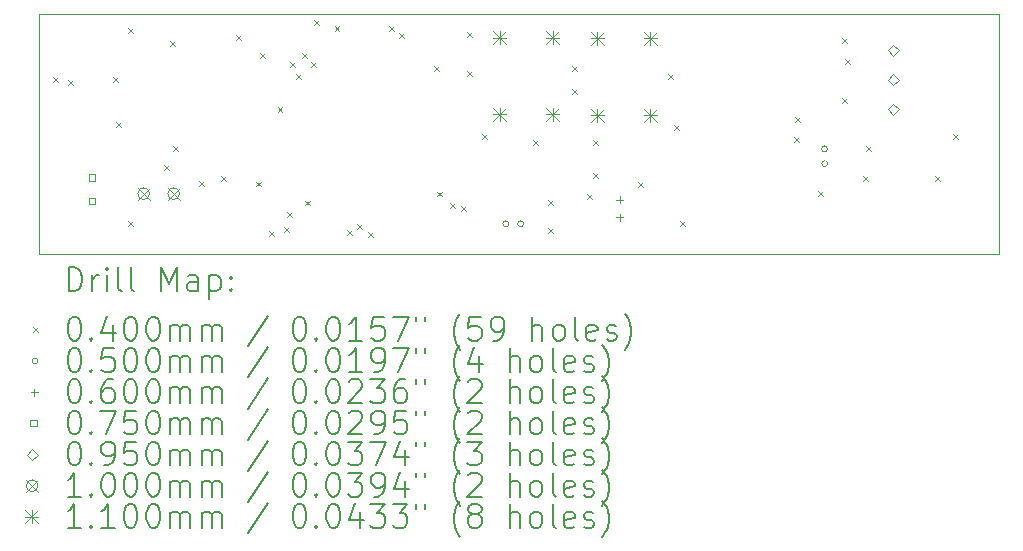
<source format=gbr>
%TF.GenerationSoftware,KiCad,Pcbnew,7.0.7*%
%TF.CreationDate,2024-07-03T20:06:24-05:00*%
%TF.ProjectId,LightsaberDesign,4c696768-7473-4616-9265-724465736967,rev?*%
%TF.SameCoordinates,Original*%
%TF.FileFunction,Drillmap*%
%TF.FilePolarity,Positive*%
%FSLAX45Y45*%
G04 Gerber Fmt 4.5, Leading zero omitted, Abs format (unit mm)*
G04 Created by KiCad (PCBNEW 7.0.7) date 2024-07-03 20:06:24*
%MOMM*%
%LPD*%
G01*
G04 APERTURE LIST*
%ADD10C,0.100000*%
%ADD11C,0.200000*%
%ADD12C,0.040000*%
%ADD13C,0.050000*%
%ADD14C,0.060000*%
%ADD15C,0.075000*%
%ADD16C,0.095000*%
%ADD17C,0.110000*%
G04 APERTURE END LIST*
D10*
X13976600Y-5663100D02*
X22104600Y-5663100D01*
X22104600Y-7695100D01*
X13976600Y-7695100D01*
X13976600Y-5663100D01*
D11*
D12*
X14097600Y-6203000D02*
X14137600Y-6243000D01*
X14137600Y-6203000D02*
X14097600Y-6243000D01*
X14229400Y-6228400D02*
X14269400Y-6268400D01*
X14269400Y-6228400D02*
X14229400Y-6268400D01*
X14610400Y-6203000D02*
X14650400Y-6243000D01*
X14650400Y-6203000D02*
X14610400Y-6243000D01*
X14635800Y-6584000D02*
X14675800Y-6624000D01*
X14675800Y-6584000D02*
X14635800Y-6624000D01*
X14737400Y-5788150D02*
X14777400Y-5828150D01*
X14777400Y-5788150D02*
X14737400Y-5828150D01*
X14737400Y-7422200D02*
X14777400Y-7462200D01*
X14777400Y-7422200D02*
X14737400Y-7462200D01*
X15042200Y-6945050D02*
X15082200Y-6985050D01*
X15082200Y-6945050D02*
X15042200Y-6985050D01*
X15093000Y-5898200D02*
X15133000Y-5938200D01*
X15133000Y-5898200D02*
X15093000Y-5938200D01*
X15118400Y-6787200D02*
X15158400Y-6827200D01*
X15158400Y-6787200D02*
X15118400Y-6827200D01*
X15335880Y-7080880D02*
X15375880Y-7120880D01*
X15375880Y-7080880D02*
X15335880Y-7120880D01*
X15524800Y-7041200D02*
X15564800Y-7081200D01*
X15564800Y-7041200D02*
X15524800Y-7081200D01*
X15651800Y-5847400D02*
X15691800Y-5887400D01*
X15691800Y-5847400D02*
X15651800Y-5887400D01*
X15820662Y-7085550D02*
X15860662Y-7125550D01*
X15860662Y-7085550D02*
X15820662Y-7125550D01*
X15855000Y-5999800D02*
X15895000Y-6039800D01*
X15895000Y-5999800D02*
X15855000Y-6039800D01*
X15931200Y-7502150D02*
X15971200Y-7542150D01*
X15971200Y-7502150D02*
X15931200Y-7542150D01*
X16000650Y-6457000D02*
X16040650Y-6497000D01*
X16040650Y-6457000D02*
X16000650Y-6497000D01*
X16058200Y-7473000D02*
X16098200Y-7513000D01*
X16098200Y-7473000D02*
X16058200Y-7513000D01*
X16083600Y-7346000D02*
X16123600Y-7386000D01*
X16123600Y-7346000D02*
X16083600Y-7386000D01*
X16109000Y-6076000D02*
X16149000Y-6116000D01*
X16149000Y-6076000D02*
X16109000Y-6116000D01*
X16159800Y-6177600D02*
X16199800Y-6217600D01*
X16199800Y-6177600D02*
X16159800Y-6217600D01*
X16210600Y-5999800D02*
X16250600Y-6039800D01*
X16250600Y-5999800D02*
X16210600Y-6039800D01*
X16236000Y-7246611D02*
X16276000Y-7286611D01*
X16276000Y-7246611D02*
X16236000Y-7286611D01*
X16286800Y-6076000D02*
X16326800Y-6116000D01*
X16326800Y-6076000D02*
X16286800Y-6116000D01*
X16312200Y-5720400D02*
X16352200Y-5760400D01*
X16352200Y-5720400D02*
X16312200Y-5760400D01*
X16482936Y-5768503D02*
X16522936Y-5808503D01*
X16522936Y-5768503D02*
X16482936Y-5808503D01*
X16591600Y-7498400D02*
X16631600Y-7538400D01*
X16631600Y-7498400D02*
X16591600Y-7538400D01*
X16676384Y-7443850D02*
X16716384Y-7483850D01*
X16716384Y-7443850D02*
X16676384Y-7483850D01*
X16769400Y-7516278D02*
X16809400Y-7556278D01*
X16809400Y-7516278D02*
X16769400Y-7556278D01*
X16947200Y-5771200D02*
X16987200Y-5811200D01*
X16987200Y-5771200D02*
X16947200Y-5811200D01*
X17030364Y-5826642D02*
X17070364Y-5866642D01*
X17070364Y-5826642D02*
X17030364Y-5866642D01*
X17328200Y-6109450D02*
X17368200Y-6149450D01*
X17368200Y-6109450D02*
X17328200Y-6149450D01*
X17349801Y-7170209D02*
X17389801Y-7210209D01*
X17389801Y-7170209D02*
X17349801Y-7210209D01*
X17461032Y-7266050D02*
X17501032Y-7306050D01*
X17501032Y-7266050D02*
X17461032Y-7306050D01*
X17556800Y-7295200D02*
X17596800Y-7335200D01*
X17596800Y-7295200D02*
X17556800Y-7335200D01*
X17607600Y-5822000D02*
X17647600Y-5862000D01*
X17647600Y-5822000D02*
X17607600Y-5862000D01*
X17607600Y-6152200D02*
X17647600Y-6192200D01*
X17647600Y-6152200D02*
X17607600Y-6192200D01*
X17734600Y-6685600D02*
X17774600Y-6725600D01*
X17774600Y-6685600D02*
X17734600Y-6725600D01*
X18166400Y-6736400D02*
X18206400Y-6776400D01*
X18206400Y-6736400D02*
X18166400Y-6776400D01*
X18293400Y-7244400D02*
X18333400Y-7284400D01*
X18333400Y-7244400D02*
X18293400Y-7284400D01*
X18293400Y-7476750D02*
X18333400Y-7516750D01*
X18333400Y-7476750D02*
X18293400Y-7516750D01*
X18496600Y-6109450D02*
X18536600Y-6149450D01*
X18536600Y-6109450D02*
X18496600Y-6149450D01*
X18496600Y-6304600D02*
X18536600Y-6344600D01*
X18536600Y-6304600D02*
X18496600Y-6344600D01*
X18623600Y-7193600D02*
X18663600Y-7233600D01*
X18663600Y-7193600D02*
X18623600Y-7233600D01*
X18674400Y-6736400D02*
X18714400Y-6776400D01*
X18714400Y-6736400D02*
X18674400Y-6776400D01*
X18674400Y-7015800D02*
X18714400Y-7055800D01*
X18714400Y-7015800D02*
X18674400Y-7055800D01*
X19055400Y-7092000D02*
X19095400Y-7132000D01*
X19095400Y-7092000D02*
X19055400Y-7132000D01*
X19309400Y-6177600D02*
X19349400Y-6217600D01*
X19349400Y-6177600D02*
X19309400Y-6217600D01*
X19360200Y-6609400D02*
X19400200Y-6649400D01*
X19400200Y-6609400D02*
X19360200Y-6649400D01*
X19411000Y-7422200D02*
X19451000Y-7462200D01*
X19451000Y-7422200D02*
X19411000Y-7462200D01*
X20376200Y-6711000D02*
X20416200Y-6751000D01*
X20416200Y-6711000D02*
X20376200Y-6751000D01*
X20380821Y-6540650D02*
X20420821Y-6580650D01*
X20420821Y-6540650D02*
X20380821Y-6580650D01*
X20578970Y-7167770D02*
X20618970Y-7207770D01*
X20618970Y-7167770D02*
X20578970Y-7207770D01*
X20782600Y-5872800D02*
X20822600Y-5912800D01*
X20822600Y-5872800D02*
X20782600Y-5912800D01*
X20782600Y-6380800D02*
X20822600Y-6420800D01*
X20822600Y-6380800D02*
X20782600Y-6420800D01*
X20808000Y-6050600D02*
X20848000Y-6090600D01*
X20848000Y-6050600D02*
X20808000Y-6090600D01*
X20960400Y-7041200D02*
X21000400Y-7081200D01*
X21000400Y-7041200D02*
X20960400Y-7081200D01*
X20985800Y-6787200D02*
X21025800Y-6827200D01*
X21025800Y-6787200D02*
X20985800Y-6827200D01*
X21570000Y-7041200D02*
X21610000Y-7081200D01*
X21610000Y-7041200D02*
X21570000Y-7081200D01*
X21722400Y-6685600D02*
X21762400Y-6725600D01*
X21762400Y-6685600D02*
X21722400Y-6725600D01*
D13*
X17957400Y-7442200D02*
G75*
G03*
X17957400Y-7442200I-25000J0D01*
G01*
X18082400Y-7442200D02*
G75*
G03*
X18082400Y-7442200I-25000J0D01*
G01*
X20656400Y-6808100D02*
G75*
G03*
X20656400Y-6808100I-25000J0D01*
G01*
X20656400Y-6933100D02*
G75*
G03*
X20656400Y-6933100I-25000J0D01*
G01*
D14*
X18897600Y-7207460D02*
X18897600Y-7267460D01*
X18867600Y-7237460D02*
X18927600Y-7237460D01*
X18897600Y-7357460D02*
X18897600Y-7417460D01*
X18867600Y-7387460D02*
X18927600Y-7387460D01*
D15*
X14453717Y-7077117D02*
X14453717Y-7024083D01*
X14400683Y-7024083D01*
X14400683Y-7077117D01*
X14453717Y-7077117D01*
X14453717Y-7277117D02*
X14453717Y-7224083D01*
X14400683Y-7224083D01*
X14400683Y-7277117D01*
X14453717Y-7277117D01*
D16*
X21213900Y-6020500D02*
X21261400Y-5973000D01*
X21213900Y-5925500D01*
X21166400Y-5973000D01*
X21213900Y-6020500D01*
X21213900Y-6270500D02*
X21261400Y-6223000D01*
X21213900Y-6175500D01*
X21166400Y-6223000D01*
X21213900Y-6270500D01*
X21213900Y-6520500D02*
X21261400Y-6473000D01*
X21213900Y-6425500D01*
X21166400Y-6473000D01*
X21213900Y-6520500D01*
D10*
X14816100Y-7137100D02*
X14916100Y-7237100D01*
X14916100Y-7137100D02*
X14816100Y-7237100D01*
X14916100Y-7187100D02*
G75*
G03*
X14916100Y-7187100I-50000J0D01*
G01*
X15070100Y-7137100D02*
X15170100Y-7237100D01*
X15170100Y-7137100D02*
X15070100Y-7237100D01*
X15170100Y-7187100D02*
G75*
G03*
X15170100Y-7187100I-50000J0D01*
G01*
D17*
X17826600Y-5811300D02*
X17936600Y-5921300D01*
X17936600Y-5811300D02*
X17826600Y-5921300D01*
X17881600Y-5811300D02*
X17881600Y-5921300D01*
X17826600Y-5866300D02*
X17936600Y-5866300D01*
X17826600Y-6461300D02*
X17936600Y-6571300D01*
X17936600Y-6461300D02*
X17826600Y-6571300D01*
X17881600Y-6461300D02*
X17881600Y-6571300D01*
X17826600Y-6516300D02*
X17936600Y-6516300D01*
X18276600Y-5811300D02*
X18386600Y-5921300D01*
X18386600Y-5811300D02*
X18276600Y-5921300D01*
X18331600Y-5811300D02*
X18331600Y-5921300D01*
X18276600Y-5866300D02*
X18386600Y-5866300D01*
X18276600Y-6461300D02*
X18386600Y-6571300D01*
X18386600Y-6461300D02*
X18276600Y-6571300D01*
X18331600Y-6461300D02*
X18331600Y-6571300D01*
X18276600Y-6516300D02*
X18386600Y-6516300D01*
X18649600Y-5816500D02*
X18759600Y-5926500D01*
X18759600Y-5816500D02*
X18649600Y-5926500D01*
X18704600Y-5816500D02*
X18704600Y-5926500D01*
X18649600Y-5871500D02*
X18759600Y-5871500D01*
X18649600Y-6466500D02*
X18759600Y-6576500D01*
X18759600Y-6466500D02*
X18649600Y-6576500D01*
X18704600Y-6466500D02*
X18704600Y-6576500D01*
X18649600Y-6521500D02*
X18759600Y-6521500D01*
X19099600Y-5816500D02*
X19209600Y-5926500D01*
X19209600Y-5816500D02*
X19099600Y-5926500D01*
X19154600Y-5816500D02*
X19154600Y-5926500D01*
X19099600Y-5871500D02*
X19209600Y-5871500D01*
X19099600Y-6466500D02*
X19209600Y-6576500D01*
X19209600Y-6466500D02*
X19099600Y-6576500D01*
X19154600Y-6466500D02*
X19154600Y-6576500D01*
X19099600Y-6521500D02*
X19209600Y-6521500D01*
D11*
X14232377Y-8011584D02*
X14232377Y-7811584D01*
X14232377Y-7811584D02*
X14279996Y-7811584D01*
X14279996Y-7811584D02*
X14308567Y-7821108D01*
X14308567Y-7821108D02*
X14327615Y-7840155D01*
X14327615Y-7840155D02*
X14337139Y-7859203D01*
X14337139Y-7859203D02*
X14346662Y-7897298D01*
X14346662Y-7897298D02*
X14346662Y-7925869D01*
X14346662Y-7925869D02*
X14337139Y-7963965D01*
X14337139Y-7963965D02*
X14327615Y-7983012D01*
X14327615Y-7983012D02*
X14308567Y-8002060D01*
X14308567Y-8002060D02*
X14279996Y-8011584D01*
X14279996Y-8011584D02*
X14232377Y-8011584D01*
X14432377Y-8011584D02*
X14432377Y-7878250D01*
X14432377Y-7916346D02*
X14441901Y-7897298D01*
X14441901Y-7897298D02*
X14451424Y-7887774D01*
X14451424Y-7887774D02*
X14470472Y-7878250D01*
X14470472Y-7878250D02*
X14489520Y-7878250D01*
X14556186Y-8011584D02*
X14556186Y-7878250D01*
X14556186Y-7811584D02*
X14546662Y-7821108D01*
X14546662Y-7821108D02*
X14556186Y-7830631D01*
X14556186Y-7830631D02*
X14565710Y-7821108D01*
X14565710Y-7821108D02*
X14556186Y-7811584D01*
X14556186Y-7811584D02*
X14556186Y-7830631D01*
X14679996Y-8011584D02*
X14660948Y-8002060D01*
X14660948Y-8002060D02*
X14651424Y-7983012D01*
X14651424Y-7983012D02*
X14651424Y-7811584D01*
X14784758Y-8011584D02*
X14765710Y-8002060D01*
X14765710Y-8002060D02*
X14756186Y-7983012D01*
X14756186Y-7983012D02*
X14756186Y-7811584D01*
X15013329Y-8011584D02*
X15013329Y-7811584D01*
X15013329Y-7811584D02*
X15079996Y-7954441D01*
X15079996Y-7954441D02*
X15146662Y-7811584D01*
X15146662Y-7811584D02*
X15146662Y-8011584D01*
X15327615Y-8011584D02*
X15327615Y-7906822D01*
X15327615Y-7906822D02*
X15318091Y-7887774D01*
X15318091Y-7887774D02*
X15299043Y-7878250D01*
X15299043Y-7878250D02*
X15260948Y-7878250D01*
X15260948Y-7878250D02*
X15241901Y-7887774D01*
X15327615Y-8002060D02*
X15308567Y-8011584D01*
X15308567Y-8011584D02*
X15260948Y-8011584D01*
X15260948Y-8011584D02*
X15241901Y-8002060D01*
X15241901Y-8002060D02*
X15232377Y-7983012D01*
X15232377Y-7983012D02*
X15232377Y-7963965D01*
X15232377Y-7963965D02*
X15241901Y-7944917D01*
X15241901Y-7944917D02*
X15260948Y-7935393D01*
X15260948Y-7935393D02*
X15308567Y-7935393D01*
X15308567Y-7935393D02*
X15327615Y-7925869D01*
X15422853Y-7878250D02*
X15422853Y-8078250D01*
X15422853Y-7887774D02*
X15441901Y-7878250D01*
X15441901Y-7878250D02*
X15479996Y-7878250D01*
X15479996Y-7878250D02*
X15499043Y-7887774D01*
X15499043Y-7887774D02*
X15508567Y-7897298D01*
X15508567Y-7897298D02*
X15518091Y-7916346D01*
X15518091Y-7916346D02*
X15518091Y-7973488D01*
X15518091Y-7973488D02*
X15508567Y-7992536D01*
X15508567Y-7992536D02*
X15499043Y-8002060D01*
X15499043Y-8002060D02*
X15479996Y-8011584D01*
X15479996Y-8011584D02*
X15441901Y-8011584D01*
X15441901Y-8011584D02*
X15422853Y-8002060D01*
X15603805Y-7992536D02*
X15613329Y-8002060D01*
X15613329Y-8002060D02*
X15603805Y-8011584D01*
X15603805Y-8011584D02*
X15594282Y-8002060D01*
X15594282Y-8002060D02*
X15603805Y-7992536D01*
X15603805Y-7992536D02*
X15603805Y-8011584D01*
X15603805Y-7887774D02*
X15613329Y-7897298D01*
X15613329Y-7897298D02*
X15603805Y-7906822D01*
X15603805Y-7906822D02*
X15594282Y-7897298D01*
X15594282Y-7897298D02*
X15603805Y-7887774D01*
X15603805Y-7887774D02*
X15603805Y-7906822D01*
D12*
X13931600Y-8320100D02*
X13971600Y-8360100D01*
X13971600Y-8320100D02*
X13931600Y-8360100D01*
D11*
X14270472Y-8231584D02*
X14289520Y-8231584D01*
X14289520Y-8231584D02*
X14308567Y-8241108D01*
X14308567Y-8241108D02*
X14318091Y-8250631D01*
X14318091Y-8250631D02*
X14327615Y-8269679D01*
X14327615Y-8269679D02*
X14337139Y-8307774D01*
X14337139Y-8307774D02*
X14337139Y-8355393D01*
X14337139Y-8355393D02*
X14327615Y-8393489D01*
X14327615Y-8393489D02*
X14318091Y-8412536D01*
X14318091Y-8412536D02*
X14308567Y-8422060D01*
X14308567Y-8422060D02*
X14289520Y-8431584D01*
X14289520Y-8431584D02*
X14270472Y-8431584D01*
X14270472Y-8431584D02*
X14251424Y-8422060D01*
X14251424Y-8422060D02*
X14241901Y-8412536D01*
X14241901Y-8412536D02*
X14232377Y-8393489D01*
X14232377Y-8393489D02*
X14222853Y-8355393D01*
X14222853Y-8355393D02*
X14222853Y-8307774D01*
X14222853Y-8307774D02*
X14232377Y-8269679D01*
X14232377Y-8269679D02*
X14241901Y-8250631D01*
X14241901Y-8250631D02*
X14251424Y-8241108D01*
X14251424Y-8241108D02*
X14270472Y-8231584D01*
X14422853Y-8412536D02*
X14432377Y-8422060D01*
X14432377Y-8422060D02*
X14422853Y-8431584D01*
X14422853Y-8431584D02*
X14413329Y-8422060D01*
X14413329Y-8422060D02*
X14422853Y-8412536D01*
X14422853Y-8412536D02*
X14422853Y-8431584D01*
X14603805Y-8298250D02*
X14603805Y-8431584D01*
X14556186Y-8222060D02*
X14508567Y-8364917D01*
X14508567Y-8364917D02*
X14632377Y-8364917D01*
X14746662Y-8231584D02*
X14765710Y-8231584D01*
X14765710Y-8231584D02*
X14784758Y-8241108D01*
X14784758Y-8241108D02*
X14794282Y-8250631D01*
X14794282Y-8250631D02*
X14803805Y-8269679D01*
X14803805Y-8269679D02*
X14813329Y-8307774D01*
X14813329Y-8307774D02*
X14813329Y-8355393D01*
X14813329Y-8355393D02*
X14803805Y-8393489D01*
X14803805Y-8393489D02*
X14794282Y-8412536D01*
X14794282Y-8412536D02*
X14784758Y-8422060D01*
X14784758Y-8422060D02*
X14765710Y-8431584D01*
X14765710Y-8431584D02*
X14746662Y-8431584D01*
X14746662Y-8431584D02*
X14727615Y-8422060D01*
X14727615Y-8422060D02*
X14718091Y-8412536D01*
X14718091Y-8412536D02*
X14708567Y-8393489D01*
X14708567Y-8393489D02*
X14699043Y-8355393D01*
X14699043Y-8355393D02*
X14699043Y-8307774D01*
X14699043Y-8307774D02*
X14708567Y-8269679D01*
X14708567Y-8269679D02*
X14718091Y-8250631D01*
X14718091Y-8250631D02*
X14727615Y-8241108D01*
X14727615Y-8241108D02*
X14746662Y-8231584D01*
X14937139Y-8231584D02*
X14956186Y-8231584D01*
X14956186Y-8231584D02*
X14975234Y-8241108D01*
X14975234Y-8241108D02*
X14984758Y-8250631D01*
X14984758Y-8250631D02*
X14994282Y-8269679D01*
X14994282Y-8269679D02*
X15003805Y-8307774D01*
X15003805Y-8307774D02*
X15003805Y-8355393D01*
X15003805Y-8355393D02*
X14994282Y-8393489D01*
X14994282Y-8393489D02*
X14984758Y-8412536D01*
X14984758Y-8412536D02*
X14975234Y-8422060D01*
X14975234Y-8422060D02*
X14956186Y-8431584D01*
X14956186Y-8431584D02*
X14937139Y-8431584D01*
X14937139Y-8431584D02*
X14918091Y-8422060D01*
X14918091Y-8422060D02*
X14908567Y-8412536D01*
X14908567Y-8412536D02*
X14899043Y-8393489D01*
X14899043Y-8393489D02*
X14889520Y-8355393D01*
X14889520Y-8355393D02*
X14889520Y-8307774D01*
X14889520Y-8307774D02*
X14899043Y-8269679D01*
X14899043Y-8269679D02*
X14908567Y-8250631D01*
X14908567Y-8250631D02*
X14918091Y-8241108D01*
X14918091Y-8241108D02*
X14937139Y-8231584D01*
X15089520Y-8431584D02*
X15089520Y-8298250D01*
X15089520Y-8317298D02*
X15099043Y-8307774D01*
X15099043Y-8307774D02*
X15118091Y-8298250D01*
X15118091Y-8298250D02*
X15146663Y-8298250D01*
X15146663Y-8298250D02*
X15165710Y-8307774D01*
X15165710Y-8307774D02*
X15175234Y-8326822D01*
X15175234Y-8326822D02*
X15175234Y-8431584D01*
X15175234Y-8326822D02*
X15184758Y-8307774D01*
X15184758Y-8307774D02*
X15203805Y-8298250D01*
X15203805Y-8298250D02*
X15232377Y-8298250D01*
X15232377Y-8298250D02*
X15251424Y-8307774D01*
X15251424Y-8307774D02*
X15260948Y-8326822D01*
X15260948Y-8326822D02*
X15260948Y-8431584D01*
X15356186Y-8431584D02*
X15356186Y-8298250D01*
X15356186Y-8317298D02*
X15365710Y-8307774D01*
X15365710Y-8307774D02*
X15384758Y-8298250D01*
X15384758Y-8298250D02*
X15413329Y-8298250D01*
X15413329Y-8298250D02*
X15432377Y-8307774D01*
X15432377Y-8307774D02*
X15441901Y-8326822D01*
X15441901Y-8326822D02*
X15441901Y-8431584D01*
X15441901Y-8326822D02*
X15451424Y-8307774D01*
X15451424Y-8307774D02*
X15470472Y-8298250D01*
X15470472Y-8298250D02*
X15499043Y-8298250D01*
X15499043Y-8298250D02*
X15518091Y-8307774D01*
X15518091Y-8307774D02*
X15527615Y-8326822D01*
X15527615Y-8326822D02*
X15527615Y-8431584D01*
X15918091Y-8222060D02*
X15746663Y-8479203D01*
X16175234Y-8231584D02*
X16194282Y-8231584D01*
X16194282Y-8231584D02*
X16213329Y-8241108D01*
X16213329Y-8241108D02*
X16222853Y-8250631D01*
X16222853Y-8250631D02*
X16232377Y-8269679D01*
X16232377Y-8269679D02*
X16241901Y-8307774D01*
X16241901Y-8307774D02*
X16241901Y-8355393D01*
X16241901Y-8355393D02*
X16232377Y-8393489D01*
X16232377Y-8393489D02*
X16222853Y-8412536D01*
X16222853Y-8412536D02*
X16213329Y-8422060D01*
X16213329Y-8422060D02*
X16194282Y-8431584D01*
X16194282Y-8431584D02*
X16175234Y-8431584D01*
X16175234Y-8431584D02*
X16156186Y-8422060D01*
X16156186Y-8422060D02*
X16146663Y-8412536D01*
X16146663Y-8412536D02*
X16137139Y-8393489D01*
X16137139Y-8393489D02*
X16127615Y-8355393D01*
X16127615Y-8355393D02*
X16127615Y-8307774D01*
X16127615Y-8307774D02*
X16137139Y-8269679D01*
X16137139Y-8269679D02*
X16146663Y-8250631D01*
X16146663Y-8250631D02*
X16156186Y-8241108D01*
X16156186Y-8241108D02*
X16175234Y-8231584D01*
X16327615Y-8412536D02*
X16337139Y-8422060D01*
X16337139Y-8422060D02*
X16327615Y-8431584D01*
X16327615Y-8431584D02*
X16318091Y-8422060D01*
X16318091Y-8422060D02*
X16327615Y-8412536D01*
X16327615Y-8412536D02*
X16327615Y-8431584D01*
X16460948Y-8231584D02*
X16479996Y-8231584D01*
X16479996Y-8231584D02*
X16499044Y-8241108D01*
X16499044Y-8241108D02*
X16508567Y-8250631D01*
X16508567Y-8250631D02*
X16518091Y-8269679D01*
X16518091Y-8269679D02*
X16527615Y-8307774D01*
X16527615Y-8307774D02*
X16527615Y-8355393D01*
X16527615Y-8355393D02*
X16518091Y-8393489D01*
X16518091Y-8393489D02*
X16508567Y-8412536D01*
X16508567Y-8412536D02*
X16499044Y-8422060D01*
X16499044Y-8422060D02*
X16479996Y-8431584D01*
X16479996Y-8431584D02*
X16460948Y-8431584D01*
X16460948Y-8431584D02*
X16441901Y-8422060D01*
X16441901Y-8422060D02*
X16432377Y-8412536D01*
X16432377Y-8412536D02*
X16422853Y-8393489D01*
X16422853Y-8393489D02*
X16413329Y-8355393D01*
X16413329Y-8355393D02*
X16413329Y-8307774D01*
X16413329Y-8307774D02*
X16422853Y-8269679D01*
X16422853Y-8269679D02*
X16432377Y-8250631D01*
X16432377Y-8250631D02*
X16441901Y-8241108D01*
X16441901Y-8241108D02*
X16460948Y-8231584D01*
X16718091Y-8431584D02*
X16603806Y-8431584D01*
X16660948Y-8431584D02*
X16660948Y-8231584D01*
X16660948Y-8231584D02*
X16641901Y-8260155D01*
X16641901Y-8260155D02*
X16622853Y-8279203D01*
X16622853Y-8279203D02*
X16603806Y-8288727D01*
X16899044Y-8231584D02*
X16803806Y-8231584D01*
X16803806Y-8231584D02*
X16794282Y-8326822D01*
X16794282Y-8326822D02*
X16803806Y-8317298D01*
X16803806Y-8317298D02*
X16822853Y-8307774D01*
X16822853Y-8307774D02*
X16870472Y-8307774D01*
X16870472Y-8307774D02*
X16889520Y-8317298D01*
X16889520Y-8317298D02*
X16899044Y-8326822D01*
X16899044Y-8326822D02*
X16908568Y-8345869D01*
X16908568Y-8345869D02*
X16908568Y-8393489D01*
X16908568Y-8393489D02*
X16899044Y-8412536D01*
X16899044Y-8412536D02*
X16889520Y-8422060D01*
X16889520Y-8422060D02*
X16870472Y-8431584D01*
X16870472Y-8431584D02*
X16822853Y-8431584D01*
X16822853Y-8431584D02*
X16803806Y-8422060D01*
X16803806Y-8422060D02*
X16794282Y-8412536D01*
X16975234Y-8231584D02*
X17108568Y-8231584D01*
X17108568Y-8231584D02*
X17022853Y-8431584D01*
X17175234Y-8231584D02*
X17175234Y-8269679D01*
X17251425Y-8231584D02*
X17251425Y-8269679D01*
X17546663Y-8507774D02*
X17537139Y-8498250D01*
X17537139Y-8498250D02*
X17518091Y-8469679D01*
X17518091Y-8469679D02*
X17508568Y-8450631D01*
X17508568Y-8450631D02*
X17499044Y-8422060D01*
X17499044Y-8422060D02*
X17489520Y-8374441D01*
X17489520Y-8374441D02*
X17489520Y-8336346D01*
X17489520Y-8336346D02*
X17499044Y-8288727D01*
X17499044Y-8288727D02*
X17508568Y-8260155D01*
X17508568Y-8260155D02*
X17518091Y-8241108D01*
X17518091Y-8241108D02*
X17537139Y-8212536D01*
X17537139Y-8212536D02*
X17546663Y-8203012D01*
X17718091Y-8231584D02*
X17622853Y-8231584D01*
X17622853Y-8231584D02*
X17613330Y-8326822D01*
X17613330Y-8326822D02*
X17622853Y-8317298D01*
X17622853Y-8317298D02*
X17641901Y-8307774D01*
X17641901Y-8307774D02*
X17689520Y-8307774D01*
X17689520Y-8307774D02*
X17708568Y-8317298D01*
X17708568Y-8317298D02*
X17718091Y-8326822D01*
X17718091Y-8326822D02*
X17727615Y-8345869D01*
X17727615Y-8345869D02*
X17727615Y-8393489D01*
X17727615Y-8393489D02*
X17718091Y-8412536D01*
X17718091Y-8412536D02*
X17708568Y-8422060D01*
X17708568Y-8422060D02*
X17689520Y-8431584D01*
X17689520Y-8431584D02*
X17641901Y-8431584D01*
X17641901Y-8431584D02*
X17622853Y-8422060D01*
X17622853Y-8422060D02*
X17613330Y-8412536D01*
X17822853Y-8431584D02*
X17860949Y-8431584D01*
X17860949Y-8431584D02*
X17879996Y-8422060D01*
X17879996Y-8422060D02*
X17889520Y-8412536D01*
X17889520Y-8412536D02*
X17908568Y-8383965D01*
X17908568Y-8383965D02*
X17918091Y-8345869D01*
X17918091Y-8345869D02*
X17918091Y-8269679D01*
X17918091Y-8269679D02*
X17908568Y-8250631D01*
X17908568Y-8250631D02*
X17899044Y-8241108D01*
X17899044Y-8241108D02*
X17879996Y-8231584D01*
X17879996Y-8231584D02*
X17841901Y-8231584D01*
X17841901Y-8231584D02*
X17822853Y-8241108D01*
X17822853Y-8241108D02*
X17813330Y-8250631D01*
X17813330Y-8250631D02*
X17803806Y-8269679D01*
X17803806Y-8269679D02*
X17803806Y-8317298D01*
X17803806Y-8317298D02*
X17813330Y-8336346D01*
X17813330Y-8336346D02*
X17822853Y-8345869D01*
X17822853Y-8345869D02*
X17841901Y-8355393D01*
X17841901Y-8355393D02*
X17879996Y-8355393D01*
X17879996Y-8355393D02*
X17899044Y-8345869D01*
X17899044Y-8345869D02*
X17908568Y-8336346D01*
X17908568Y-8336346D02*
X17918091Y-8317298D01*
X18156187Y-8431584D02*
X18156187Y-8231584D01*
X18241901Y-8431584D02*
X18241901Y-8326822D01*
X18241901Y-8326822D02*
X18232377Y-8307774D01*
X18232377Y-8307774D02*
X18213330Y-8298250D01*
X18213330Y-8298250D02*
X18184758Y-8298250D01*
X18184758Y-8298250D02*
X18165711Y-8307774D01*
X18165711Y-8307774D02*
X18156187Y-8317298D01*
X18365711Y-8431584D02*
X18346663Y-8422060D01*
X18346663Y-8422060D02*
X18337139Y-8412536D01*
X18337139Y-8412536D02*
X18327615Y-8393489D01*
X18327615Y-8393489D02*
X18327615Y-8336346D01*
X18327615Y-8336346D02*
X18337139Y-8317298D01*
X18337139Y-8317298D02*
X18346663Y-8307774D01*
X18346663Y-8307774D02*
X18365711Y-8298250D01*
X18365711Y-8298250D02*
X18394282Y-8298250D01*
X18394282Y-8298250D02*
X18413330Y-8307774D01*
X18413330Y-8307774D02*
X18422853Y-8317298D01*
X18422853Y-8317298D02*
X18432377Y-8336346D01*
X18432377Y-8336346D02*
X18432377Y-8393489D01*
X18432377Y-8393489D02*
X18422853Y-8412536D01*
X18422853Y-8412536D02*
X18413330Y-8422060D01*
X18413330Y-8422060D02*
X18394282Y-8431584D01*
X18394282Y-8431584D02*
X18365711Y-8431584D01*
X18546663Y-8431584D02*
X18527615Y-8422060D01*
X18527615Y-8422060D02*
X18518092Y-8403012D01*
X18518092Y-8403012D02*
X18518092Y-8231584D01*
X18699044Y-8422060D02*
X18679996Y-8431584D01*
X18679996Y-8431584D02*
X18641901Y-8431584D01*
X18641901Y-8431584D02*
X18622853Y-8422060D01*
X18622853Y-8422060D02*
X18613330Y-8403012D01*
X18613330Y-8403012D02*
X18613330Y-8326822D01*
X18613330Y-8326822D02*
X18622853Y-8307774D01*
X18622853Y-8307774D02*
X18641901Y-8298250D01*
X18641901Y-8298250D02*
X18679996Y-8298250D01*
X18679996Y-8298250D02*
X18699044Y-8307774D01*
X18699044Y-8307774D02*
X18708568Y-8326822D01*
X18708568Y-8326822D02*
X18708568Y-8345869D01*
X18708568Y-8345869D02*
X18613330Y-8364917D01*
X18784758Y-8422060D02*
X18803806Y-8431584D01*
X18803806Y-8431584D02*
X18841901Y-8431584D01*
X18841901Y-8431584D02*
X18860949Y-8422060D01*
X18860949Y-8422060D02*
X18870473Y-8403012D01*
X18870473Y-8403012D02*
X18870473Y-8393489D01*
X18870473Y-8393489D02*
X18860949Y-8374441D01*
X18860949Y-8374441D02*
X18841901Y-8364917D01*
X18841901Y-8364917D02*
X18813330Y-8364917D01*
X18813330Y-8364917D02*
X18794282Y-8355393D01*
X18794282Y-8355393D02*
X18784758Y-8336346D01*
X18784758Y-8336346D02*
X18784758Y-8326822D01*
X18784758Y-8326822D02*
X18794282Y-8307774D01*
X18794282Y-8307774D02*
X18813330Y-8298250D01*
X18813330Y-8298250D02*
X18841901Y-8298250D01*
X18841901Y-8298250D02*
X18860949Y-8307774D01*
X18937139Y-8507774D02*
X18946663Y-8498250D01*
X18946663Y-8498250D02*
X18965711Y-8469679D01*
X18965711Y-8469679D02*
X18975234Y-8450631D01*
X18975234Y-8450631D02*
X18984758Y-8422060D01*
X18984758Y-8422060D02*
X18994282Y-8374441D01*
X18994282Y-8374441D02*
X18994282Y-8336346D01*
X18994282Y-8336346D02*
X18984758Y-8288727D01*
X18984758Y-8288727D02*
X18975234Y-8260155D01*
X18975234Y-8260155D02*
X18965711Y-8241108D01*
X18965711Y-8241108D02*
X18946663Y-8212536D01*
X18946663Y-8212536D02*
X18937139Y-8203012D01*
D13*
X13971600Y-8604100D02*
G75*
G03*
X13971600Y-8604100I-25000J0D01*
G01*
D11*
X14270472Y-8495584D02*
X14289520Y-8495584D01*
X14289520Y-8495584D02*
X14308567Y-8505108D01*
X14308567Y-8505108D02*
X14318091Y-8514631D01*
X14318091Y-8514631D02*
X14327615Y-8533679D01*
X14327615Y-8533679D02*
X14337139Y-8571774D01*
X14337139Y-8571774D02*
X14337139Y-8619393D01*
X14337139Y-8619393D02*
X14327615Y-8657489D01*
X14327615Y-8657489D02*
X14318091Y-8676536D01*
X14318091Y-8676536D02*
X14308567Y-8686060D01*
X14308567Y-8686060D02*
X14289520Y-8695584D01*
X14289520Y-8695584D02*
X14270472Y-8695584D01*
X14270472Y-8695584D02*
X14251424Y-8686060D01*
X14251424Y-8686060D02*
X14241901Y-8676536D01*
X14241901Y-8676536D02*
X14232377Y-8657489D01*
X14232377Y-8657489D02*
X14222853Y-8619393D01*
X14222853Y-8619393D02*
X14222853Y-8571774D01*
X14222853Y-8571774D02*
X14232377Y-8533679D01*
X14232377Y-8533679D02*
X14241901Y-8514631D01*
X14241901Y-8514631D02*
X14251424Y-8505108D01*
X14251424Y-8505108D02*
X14270472Y-8495584D01*
X14422853Y-8676536D02*
X14432377Y-8686060D01*
X14432377Y-8686060D02*
X14422853Y-8695584D01*
X14422853Y-8695584D02*
X14413329Y-8686060D01*
X14413329Y-8686060D02*
X14422853Y-8676536D01*
X14422853Y-8676536D02*
X14422853Y-8695584D01*
X14613329Y-8495584D02*
X14518091Y-8495584D01*
X14518091Y-8495584D02*
X14508567Y-8590822D01*
X14508567Y-8590822D02*
X14518091Y-8581298D01*
X14518091Y-8581298D02*
X14537139Y-8571774D01*
X14537139Y-8571774D02*
X14584758Y-8571774D01*
X14584758Y-8571774D02*
X14603805Y-8581298D01*
X14603805Y-8581298D02*
X14613329Y-8590822D01*
X14613329Y-8590822D02*
X14622853Y-8609870D01*
X14622853Y-8609870D02*
X14622853Y-8657489D01*
X14622853Y-8657489D02*
X14613329Y-8676536D01*
X14613329Y-8676536D02*
X14603805Y-8686060D01*
X14603805Y-8686060D02*
X14584758Y-8695584D01*
X14584758Y-8695584D02*
X14537139Y-8695584D01*
X14537139Y-8695584D02*
X14518091Y-8686060D01*
X14518091Y-8686060D02*
X14508567Y-8676536D01*
X14746662Y-8495584D02*
X14765710Y-8495584D01*
X14765710Y-8495584D02*
X14784758Y-8505108D01*
X14784758Y-8505108D02*
X14794282Y-8514631D01*
X14794282Y-8514631D02*
X14803805Y-8533679D01*
X14803805Y-8533679D02*
X14813329Y-8571774D01*
X14813329Y-8571774D02*
X14813329Y-8619393D01*
X14813329Y-8619393D02*
X14803805Y-8657489D01*
X14803805Y-8657489D02*
X14794282Y-8676536D01*
X14794282Y-8676536D02*
X14784758Y-8686060D01*
X14784758Y-8686060D02*
X14765710Y-8695584D01*
X14765710Y-8695584D02*
X14746662Y-8695584D01*
X14746662Y-8695584D02*
X14727615Y-8686060D01*
X14727615Y-8686060D02*
X14718091Y-8676536D01*
X14718091Y-8676536D02*
X14708567Y-8657489D01*
X14708567Y-8657489D02*
X14699043Y-8619393D01*
X14699043Y-8619393D02*
X14699043Y-8571774D01*
X14699043Y-8571774D02*
X14708567Y-8533679D01*
X14708567Y-8533679D02*
X14718091Y-8514631D01*
X14718091Y-8514631D02*
X14727615Y-8505108D01*
X14727615Y-8505108D02*
X14746662Y-8495584D01*
X14937139Y-8495584D02*
X14956186Y-8495584D01*
X14956186Y-8495584D02*
X14975234Y-8505108D01*
X14975234Y-8505108D02*
X14984758Y-8514631D01*
X14984758Y-8514631D02*
X14994282Y-8533679D01*
X14994282Y-8533679D02*
X15003805Y-8571774D01*
X15003805Y-8571774D02*
X15003805Y-8619393D01*
X15003805Y-8619393D02*
X14994282Y-8657489D01*
X14994282Y-8657489D02*
X14984758Y-8676536D01*
X14984758Y-8676536D02*
X14975234Y-8686060D01*
X14975234Y-8686060D02*
X14956186Y-8695584D01*
X14956186Y-8695584D02*
X14937139Y-8695584D01*
X14937139Y-8695584D02*
X14918091Y-8686060D01*
X14918091Y-8686060D02*
X14908567Y-8676536D01*
X14908567Y-8676536D02*
X14899043Y-8657489D01*
X14899043Y-8657489D02*
X14889520Y-8619393D01*
X14889520Y-8619393D02*
X14889520Y-8571774D01*
X14889520Y-8571774D02*
X14899043Y-8533679D01*
X14899043Y-8533679D02*
X14908567Y-8514631D01*
X14908567Y-8514631D02*
X14918091Y-8505108D01*
X14918091Y-8505108D02*
X14937139Y-8495584D01*
X15089520Y-8695584D02*
X15089520Y-8562250D01*
X15089520Y-8581298D02*
X15099043Y-8571774D01*
X15099043Y-8571774D02*
X15118091Y-8562250D01*
X15118091Y-8562250D02*
X15146663Y-8562250D01*
X15146663Y-8562250D02*
X15165710Y-8571774D01*
X15165710Y-8571774D02*
X15175234Y-8590822D01*
X15175234Y-8590822D02*
X15175234Y-8695584D01*
X15175234Y-8590822D02*
X15184758Y-8571774D01*
X15184758Y-8571774D02*
X15203805Y-8562250D01*
X15203805Y-8562250D02*
X15232377Y-8562250D01*
X15232377Y-8562250D02*
X15251424Y-8571774D01*
X15251424Y-8571774D02*
X15260948Y-8590822D01*
X15260948Y-8590822D02*
X15260948Y-8695584D01*
X15356186Y-8695584D02*
X15356186Y-8562250D01*
X15356186Y-8581298D02*
X15365710Y-8571774D01*
X15365710Y-8571774D02*
X15384758Y-8562250D01*
X15384758Y-8562250D02*
X15413329Y-8562250D01*
X15413329Y-8562250D02*
X15432377Y-8571774D01*
X15432377Y-8571774D02*
X15441901Y-8590822D01*
X15441901Y-8590822D02*
X15441901Y-8695584D01*
X15441901Y-8590822D02*
X15451424Y-8571774D01*
X15451424Y-8571774D02*
X15470472Y-8562250D01*
X15470472Y-8562250D02*
X15499043Y-8562250D01*
X15499043Y-8562250D02*
X15518091Y-8571774D01*
X15518091Y-8571774D02*
X15527615Y-8590822D01*
X15527615Y-8590822D02*
X15527615Y-8695584D01*
X15918091Y-8486060D02*
X15746663Y-8743203D01*
X16175234Y-8495584D02*
X16194282Y-8495584D01*
X16194282Y-8495584D02*
X16213329Y-8505108D01*
X16213329Y-8505108D02*
X16222853Y-8514631D01*
X16222853Y-8514631D02*
X16232377Y-8533679D01*
X16232377Y-8533679D02*
X16241901Y-8571774D01*
X16241901Y-8571774D02*
X16241901Y-8619393D01*
X16241901Y-8619393D02*
X16232377Y-8657489D01*
X16232377Y-8657489D02*
X16222853Y-8676536D01*
X16222853Y-8676536D02*
X16213329Y-8686060D01*
X16213329Y-8686060D02*
X16194282Y-8695584D01*
X16194282Y-8695584D02*
X16175234Y-8695584D01*
X16175234Y-8695584D02*
X16156186Y-8686060D01*
X16156186Y-8686060D02*
X16146663Y-8676536D01*
X16146663Y-8676536D02*
X16137139Y-8657489D01*
X16137139Y-8657489D02*
X16127615Y-8619393D01*
X16127615Y-8619393D02*
X16127615Y-8571774D01*
X16127615Y-8571774D02*
X16137139Y-8533679D01*
X16137139Y-8533679D02*
X16146663Y-8514631D01*
X16146663Y-8514631D02*
X16156186Y-8505108D01*
X16156186Y-8505108D02*
X16175234Y-8495584D01*
X16327615Y-8676536D02*
X16337139Y-8686060D01*
X16337139Y-8686060D02*
X16327615Y-8695584D01*
X16327615Y-8695584D02*
X16318091Y-8686060D01*
X16318091Y-8686060D02*
X16327615Y-8676536D01*
X16327615Y-8676536D02*
X16327615Y-8695584D01*
X16460948Y-8495584D02*
X16479996Y-8495584D01*
X16479996Y-8495584D02*
X16499044Y-8505108D01*
X16499044Y-8505108D02*
X16508567Y-8514631D01*
X16508567Y-8514631D02*
X16518091Y-8533679D01*
X16518091Y-8533679D02*
X16527615Y-8571774D01*
X16527615Y-8571774D02*
X16527615Y-8619393D01*
X16527615Y-8619393D02*
X16518091Y-8657489D01*
X16518091Y-8657489D02*
X16508567Y-8676536D01*
X16508567Y-8676536D02*
X16499044Y-8686060D01*
X16499044Y-8686060D02*
X16479996Y-8695584D01*
X16479996Y-8695584D02*
X16460948Y-8695584D01*
X16460948Y-8695584D02*
X16441901Y-8686060D01*
X16441901Y-8686060D02*
X16432377Y-8676536D01*
X16432377Y-8676536D02*
X16422853Y-8657489D01*
X16422853Y-8657489D02*
X16413329Y-8619393D01*
X16413329Y-8619393D02*
X16413329Y-8571774D01*
X16413329Y-8571774D02*
X16422853Y-8533679D01*
X16422853Y-8533679D02*
X16432377Y-8514631D01*
X16432377Y-8514631D02*
X16441901Y-8505108D01*
X16441901Y-8505108D02*
X16460948Y-8495584D01*
X16718091Y-8695584D02*
X16603806Y-8695584D01*
X16660948Y-8695584D02*
X16660948Y-8495584D01*
X16660948Y-8495584D02*
X16641901Y-8524155D01*
X16641901Y-8524155D02*
X16622853Y-8543203D01*
X16622853Y-8543203D02*
X16603806Y-8552727D01*
X16813329Y-8695584D02*
X16851425Y-8695584D01*
X16851425Y-8695584D02*
X16870472Y-8686060D01*
X16870472Y-8686060D02*
X16879996Y-8676536D01*
X16879996Y-8676536D02*
X16899044Y-8647965D01*
X16899044Y-8647965D02*
X16908568Y-8609870D01*
X16908568Y-8609870D02*
X16908568Y-8533679D01*
X16908568Y-8533679D02*
X16899044Y-8514631D01*
X16899044Y-8514631D02*
X16889520Y-8505108D01*
X16889520Y-8505108D02*
X16870472Y-8495584D01*
X16870472Y-8495584D02*
X16832377Y-8495584D01*
X16832377Y-8495584D02*
X16813329Y-8505108D01*
X16813329Y-8505108D02*
X16803806Y-8514631D01*
X16803806Y-8514631D02*
X16794282Y-8533679D01*
X16794282Y-8533679D02*
X16794282Y-8581298D01*
X16794282Y-8581298D02*
X16803806Y-8600346D01*
X16803806Y-8600346D02*
X16813329Y-8609870D01*
X16813329Y-8609870D02*
X16832377Y-8619393D01*
X16832377Y-8619393D02*
X16870472Y-8619393D01*
X16870472Y-8619393D02*
X16889520Y-8609870D01*
X16889520Y-8609870D02*
X16899044Y-8600346D01*
X16899044Y-8600346D02*
X16908568Y-8581298D01*
X16975234Y-8495584D02*
X17108568Y-8495584D01*
X17108568Y-8495584D02*
X17022853Y-8695584D01*
X17175234Y-8495584D02*
X17175234Y-8533679D01*
X17251425Y-8495584D02*
X17251425Y-8533679D01*
X17546663Y-8771774D02*
X17537139Y-8762250D01*
X17537139Y-8762250D02*
X17518091Y-8733679D01*
X17518091Y-8733679D02*
X17508568Y-8714631D01*
X17508568Y-8714631D02*
X17499044Y-8686060D01*
X17499044Y-8686060D02*
X17489520Y-8638441D01*
X17489520Y-8638441D02*
X17489520Y-8600346D01*
X17489520Y-8600346D02*
X17499044Y-8552727D01*
X17499044Y-8552727D02*
X17508568Y-8524155D01*
X17508568Y-8524155D02*
X17518091Y-8505108D01*
X17518091Y-8505108D02*
X17537139Y-8476536D01*
X17537139Y-8476536D02*
X17546663Y-8467012D01*
X17708568Y-8562250D02*
X17708568Y-8695584D01*
X17660949Y-8486060D02*
X17613330Y-8628917D01*
X17613330Y-8628917D02*
X17737139Y-8628917D01*
X17965711Y-8695584D02*
X17965711Y-8495584D01*
X18051425Y-8695584D02*
X18051425Y-8590822D01*
X18051425Y-8590822D02*
X18041901Y-8571774D01*
X18041901Y-8571774D02*
X18022853Y-8562250D01*
X18022853Y-8562250D02*
X17994282Y-8562250D01*
X17994282Y-8562250D02*
X17975234Y-8571774D01*
X17975234Y-8571774D02*
X17965711Y-8581298D01*
X18175234Y-8695584D02*
X18156187Y-8686060D01*
X18156187Y-8686060D02*
X18146663Y-8676536D01*
X18146663Y-8676536D02*
X18137139Y-8657489D01*
X18137139Y-8657489D02*
X18137139Y-8600346D01*
X18137139Y-8600346D02*
X18146663Y-8581298D01*
X18146663Y-8581298D02*
X18156187Y-8571774D01*
X18156187Y-8571774D02*
X18175234Y-8562250D01*
X18175234Y-8562250D02*
X18203806Y-8562250D01*
X18203806Y-8562250D02*
X18222853Y-8571774D01*
X18222853Y-8571774D02*
X18232377Y-8581298D01*
X18232377Y-8581298D02*
X18241901Y-8600346D01*
X18241901Y-8600346D02*
X18241901Y-8657489D01*
X18241901Y-8657489D02*
X18232377Y-8676536D01*
X18232377Y-8676536D02*
X18222853Y-8686060D01*
X18222853Y-8686060D02*
X18203806Y-8695584D01*
X18203806Y-8695584D02*
X18175234Y-8695584D01*
X18356187Y-8695584D02*
X18337139Y-8686060D01*
X18337139Y-8686060D02*
X18327615Y-8667012D01*
X18327615Y-8667012D02*
X18327615Y-8495584D01*
X18508568Y-8686060D02*
X18489520Y-8695584D01*
X18489520Y-8695584D02*
X18451425Y-8695584D01*
X18451425Y-8695584D02*
X18432377Y-8686060D01*
X18432377Y-8686060D02*
X18422853Y-8667012D01*
X18422853Y-8667012D02*
X18422853Y-8590822D01*
X18422853Y-8590822D02*
X18432377Y-8571774D01*
X18432377Y-8571774D02*
X18451425Y-8562250D01*
X18451425Y-8562250D02*
X18489520Y-8562250D01*
X18489520Y-8562250D02*
X18508568Y-8571774D01*
X18508568Y-8571774D02*
X18518092Y-8590822D01*
X18518092Y-8590822D02*
X18518092Y-8609870D01*
X18518092Y-8609870D02*
X18422853Y-8628917D01*
X18594282Y-8686060D02*
X18613330Y-8695584D01*
X18613330Y-8695584D02*
X18651425Y-8695584D01*
X18651425Y-8695584D02*
X18670473Y-8686060D01*
X18670473Y-8686060D02*
X18679996Y-8667012D01*
X18679996Y-8667012D02*
X18679996Y-8657489D01*
X18679996Y-8657489D02*
X18670473Y-8638441D01*
X18670473Y-8638441D02*
X18651425Y-8628917D01*
X18651425Y-8628917D02*
X18622853Y-8628917D01*
X18622853Y-8628917D02*
X18603806Y-8619393D01*
X18603806Y-8619393D02*
X18594282Y-8600346D01*
X18594282Y-8600346D02*
X18594282Y-8590822D01*
X18594282Y-8590822D02*
X18603806Y-8571774D01*
X18603806Y-8571774D02*
X18622853Y-8562250D01*
X18622853Y-8562250D02*
X18651425Y-8562250D01*
X18651425Y-8562250D02*
X18670473Y-8571774D01*
X18746663Y-8771774D02*
X18756187Y-8762250D01*
X18756187Y-8762250D02*
X18775234Y-8733679D01*
X18775234Y-8733679D02*
X18784758Y-8714631D01*
X18784758Y-8714631D02*
X18794282Y-8686060D01*
X18794282Y-8686060D02*
X18803806Y-8638441D01*
X18803806Y-8638441D02*
X18803806Y-8600346D01*
X18803806Y-8600346D02*
X18794282Y-8552727D01*
X18794282Y-8552727D02*
X18784758Y-8524155D01*
X18784758Y-8524155D02*
X18775234Y-8505108D01*
X18775234Y-8505108D02*
X18756187Y-8476536D01*
X18756187Y-8476536D02*
X18746663Y-8467012D01*
D14*
X13941600Y-8838100D02*
X13941600Y-8898100D01*
X13911600Y-8868100D02*
X13971600Y-8868100D01*
D11*
X14270472Y-8759584D02*
X14289520Y-8759584D01*
X14289520Y-8759584D02*
X14308567Y-8769108D01*
X14308567Y-8769108D02*
X14318091Y-8778631D01*
X14318091Y-8778631D02*
X14327615Y-8797679D01*
X14327615Y-8797679D02*
X14337139Y-8835774D01*
X14337139Y-8835774D02*
X14337139Y-8883393D01*
X14337139Y-8883393D02*
X14327615Y-8921489D01*
X14327615Y-8921489D02*
X14318091Y-8940536D01*
X14318091Y-8940536D02*
X14308567Y-8950060D01*
X14308567Y-8950060D02*
X14289520Y-8959584D01*
X14289520Y-8959584D02*
X14270472Y-8959584D01*
X14270472Y-8959584D02*
X14251424Y-8950060D01*
X14251424Y-8950060D02*
X14241901Y-8940536D01*
X14241901Y-8940536D02*
X14232377Y-8921489D01*
X14232377Y-8921489D02*
X14222853Y-8883393D01*
X14222853Y-8883393D02*
X14222853Y-8835774D01*
X14222853Y-8835774D02*
X14232377Y-8797679D01*
X14232377Y-8797679D02*
X14241901Y-8778631D01*
X14241901Y-8778631D02*
X14251424Y-8769108D01*
X14251424Y-8769108D02*
X14270472Y-8759584D01*
X14422853Y-8940536D02*
X14432377Y-8950060D01*
X14432377Y-8950060D02*
X14422853Y-8959584D01*
X14422853Y-8959584D02*
X14413329Y-8950060D01*
X14413329Y-8950060D02*
X14422853Y-8940536D01*
X14422853Y-8940536D02*
X14422853Y-8959584D01*
X14603805Y-8759584D02*
X14565710Y-8759584D01*
X14565710Y-8759584D02*
X14546662Y-8769108D01*
X14546662Y-8769108D02*
X14537139Y-8778631D01*
X14537139Y-8778631D02*
X14518091Y-8807203D01*
X14518091Y-8807203D02*
X14508567Y-8845298D01*
X14508567Y-8845298D02*
X14508567Y-8921489D01*
X14508567Y-8921489D02*
X14518091Y-8940536D01*
X14518091Y-8940536D02*
X14527615Y-8950060D01*
X14527615Y-8950060D02*
X14546662Y-8959584D01*
X14546662Y-8959584D02*
X14584758Y-8959584D01*
X14584758Y-8959584D02*
X14603805Y-8950060D01*
X14603805Y-8950060D02*
X14613329Y-8940536D01*
X14613329Y-8940536D02*
X14622853Y-8921489D01*
X14622853Y-8921489D02*
X14622853Y-8873870D01*
X14622853Y-8873870D02*
X14613329Y-8854822D01*
X14613329Y-8854822D02*
X14603805Y-8845298D01*
X14603805Y-8845298D02*
X14584758Y-8835774D01*
X14584758Y-8835774D02*
X14546662Y-8835774D01*
X14546662Y-8835774D02*
X14527615Y-8845298D01*
X14527615Y-8845298D02*
X14518091Y-8854822D01*
X14518091Y-8854822D02*
X14508567Y-8873870D01*
X14746662Y-8759584D02*
X14765710Y-8759584D01*
X14765710Y-8759584D02*
X14784758Y-8769108D01*
X14784758Y-8769108D02*
X14794282Y-8778631D01*
X14794282Y-8778631D02*
X14803805Y-8797679D01*
X14803805Y-8797679D02*
X14813329Y-8835774D01*
X14813329Y-8835774D02*
X14813329Y-8883393D01*
X14813329Y-8883393D02*
X14803805Y-8921489D01*
X14803805Y-8921489D02*
X14794282Y-8940536D01*
X14794282Y-8940536D02*
X14784758Y-8950060D01*
X14784758Y-8950060D02*
X14765710Y-8959584D01*
X14765710Y-8959584D02*
X14746662Y-8959584D01*
X14746662Y-8959584D02*
X14727615Y-8950060D01*
X14727615Y-8950060D02*
X14718091Y-8940536D01*
X14718091Y-8940536D02*
X14708567Y-8921489D01*
X14708567Y-8921489D02*
X14699043Y-8883393D01*
X14699043Y-8883393D02*
X14699043Y-8835774D01*
X14699043Y-8835774D02*
X14708567Y-8797679D01*
X14708567Y-8797679D02*
X14718091Y-8778631D01*
X14718091Y-8778631D02*
X14727615Y-8769108D01*
X14727615Y-8769108D02*
X14746662Y-8759584D01*
X14937139Y-8759584D02*
X14956186Y-8759584D01*
X14956186Y-8759584D02*
X14975234Y-8769108D01*
X14975234Y-8769108D02*
X14984758Y-8778631D01*
X14984758Y-8778631D02*
X14994282Y-8797679D01*
X14994282Y-8797679D02*
X15003805Y-8835774D01*
X15003805Y-8835774D02*
X15003805Y-8883393D01*
X15003805Y-8883393D02*
X14994282Y-8921489D01*
X14994282Y-8921489D02*
X14984758Y-8940536D01*
X14984758Y-8940536D02*
X14975234Y-8950060D01*
X14975234Y-8950060D02*
X14956186Y-8959584D01*
X14956186Y-8959584D02*
X14937139Y-8959584D01*
X14937139Y-8959584D02*
X14918091Y-8950060D01*
X14918091Y-8950060D02*
X14908567Y-8940536D01*
X14908567Y-8940536D02*
X14899043Y-8921489D01*
X14899043Y-8921489D02*
X14889520Y-8883393D01*
X14889520Y-8883393D02*
X14889520Y-8835774D01*
X14889520Y-8835774D02*
X14899043Y-8797679D01*
X14899043Y-8797679D02*
X14908567Y-8778631D01*
X14908567Y-8778631D02*
X14918091Y-8769108D01*
X14918091Y-8769108D02*
X14937139Y-8759584D01*
X15089520Y-8959584D02*
X15089520Y-8826250D01*
X15089520Y-8845298D02*
X15099043Y-8835774D01*
X15099043Y-8835774D02*
X15118091Y-8826250D01*
X15118091Y-8826250D02*
X15146663Y-8826250D01*
X15146663Y-8826250D02*
X15165710Y-8835774D01*
X15165710Y-8835774D02*
X15175234Y-8854822D01*
X15175234Y-8854822D02*
X15175234Y-8959584D01*
X15175234Y-8854822D02*
X15184758Y-8835774D01*
X15184758Y-8835774D02*
X15203805Y-8826250D01*
X15203805Y-8826250D02*
X15232377Y-8826250D01*
X15232377Y-8826250D02*
X15251424Y-8835774D01*
X15251424Y-8835774D02*
X15260948Y-8854822D01*
X15260948Y-8854822D02*
X15260948Y-8959584D01*
X15356186Y-8959584D02*
X15356186Y-8826250D01*
X15356186Y-8845298D02*
X15365710Y-8835774D01*
X15365710Y-8835774D02*
X15384758Y-8826250D01*
X15384758Y-8826250D02*
X15413329Y-8826250D01*
X15413329Y-8826250D02*
X15432377Y-8835774D01*
X15432377Y-8835774D02*
X15441901Y-8854822D01*
X15441901Y-8854822D02*
X15441901Y-8959584D01*
X15441901Y-8854822D02*
X15451424Y-8835774D01*
X15451424Y-8835774D02*
X15470472Y-8826250D01*
X15470472Y-8826250D02*
X15499043Y-8826250D01*
X15499043Y-8826250D02*
X15518091Y-8835774D01*
X15518091Y-8835774D02*
X15527615Y-8854822D01*
X15527615Y-8854822D02*
X15527615Y-8959584D01*
X15918091Y-8750060D02*
X15746663Y-9007203D01*
X16175234Y-8759584D02*
X16194282Y-8759584D01*
X16194282Y-8759584D02*
X16213329Y-8769108D01*
X16213329Y-8769108D02*
X16222853Y-8778631D01*
X16222853Y-8778631D02*
X16232377Y-8797679D01*
X16232377Y-8797679D02*
X16241901Y-8835774D01*
X16241901Y-8835774D02*
X16241901Y-8883393D01*
X16241901Y-8883393D02*
X16232377Y-8921489D01*
X16232377Y-8921489D02*
X16222853Y-8940536D01*
X16222853Y-8940536D02*
X16213329Y-8950060D01*
X16213329Y-8950060D02*
X16194282Y-8959584D01*
X16194282Y-8959584D02*
X16175234Y-8959584D01*
X16175234Y-8959584D02*
X16156186Y-8950060D01*
X16156186Y-8950060D02*
X16146663Y-8940536D01*
X16146663Y-8940536D02*
X16137139Y-8921489D01*
X16137139Y-8921489D02*
X16127615Y-8883393D01*
X16127615Y-8883393D02*
X16127615Y-8835774D01*
X16127615Y-8835774D02*
X16137139Y-8797679D01*
X16137139Y-8797679D02*
X16146663Y-8778631D01*
X16146663Y-8778631D02*
X16156186Y-8769108D01*
X16156186Y-8769108D02*
X16175234Y-8759584D01*
X16327615Y-8940536D02*
X16337139Y-8950060D01*
X16337139Y-8950060D02*
X16327615Y-8959584D01*
X16327615Y-8959584D02*
X16318091Y-8950060D01*
X16318091Y-8950060D02*
X16327615Y-8940536D01*
X16327615Y-8940536D02*
X16327615Y-8959584D01*
X16460948Y-8759584D02*
X16479996Y-8759584D01*
X16479996Y-8759584D02*
X16499044Y-8769108D01*
X16499044Y-8769108D02*
X16508567Y-8778631D01*
X16508567Y-8778631D02*
X16518091Y-8797679D01*
X16518091Y-8797679D02*
X16527615Y-8835774D01*
X16527615Y-8835774D02*
X16527615Y-8883393D01*
X16527615Y-8883393D02*
X16518091Y-8921489D01*
X16518091Y-8921489D02*
X16508567Y-8940536D01*
X16508567Y-8940536D02*
X16499044Y-8950060D01*
X16499044Y-8950060D02*
X16479996Y-8959584D01*
X16479996Y-8959584D02*
X16460948Y-8959584D01*
X16460948Y-8959584D02*
X16441901Y-8950060D01*
X16441901Y-8950060D02*
X16432377Y-8940536D01*
X16432377Y-8940536D02*
X16422853Y-8921489D01*
X16422853Y-8921489D02*
X16413329Y-8883393D01*
X16413329Y-8883393D02*
X16413329Y-8835774D01*
X16413329Y-8835774D02*
X16422853Y-8797679D01*
X16422853Y-8797679D02*
X16432377Y-8778631D01*
X16432377Y-8778631D02*
X16441901Y-8769108D01*
X16441901Y-8769108D02*
X16460948Y-8759584D01*
X16603806Y-8778631D02*
X16613329Y-8769108D01*
X16613329Y-8769108D02*
X16632377Y-8759584D01*
X16632377Y-8759584D02*
X16679996Y-8759584D01*
X16679996Y-8759584D02*
X16699044Y-8769108D01*
X16699044Y-8769108D02*
X16708567Y-8778631D01*
X16708567Y-8778631D02*
X16718091Y-8797679D01*
X16718091Y-8797679D02*
X16718091Y-8816727D01*
X16718091Y-8816727D02*
X16708567Y-8845298D01*
X16708567Y-8845298D02*
X16594282Y-8959584D01*
X16594282Y-8959584D02*
X16718091Y-8959584D01*
X16784758Y-8759584D02*
X16908568Y-8759584D01*
X16908568Y-8759584D02*
X16841901Y-8835774D01*
X16841901Y-8835774D02*
X16870472Y-8835774D01*
X16870472Y-8835774D02*
X16889520Y-8845298D01*
X16889520Y-8845298D02*
X16899044Y-8854822D01*
X16899044Y-8854822D02*
X16908568Y-8873870D01*
X16908568Y-8873870D02*
X16908568Y-8921489D01*
X16908568Y-8921489D02*
X16899044Y-8940536D01*
X16899044Y-8940536D02*
X16889520Y-8950060D01*
X16889520Y-8950060D02*
X16870472Y-8959584D01*
X16870472Y-8959584D02*
X16813329Y-8959584D01*
X16813329Y-8959584D02*
X16794282Y-8950060D01*
X16794282Y-8950060D02*
X16784758Y-8940536D01*
X17079996Y-8759584D02*
X17041901Y-8759584D01*
X17041901Y-8759584D02*
X17022853Y-8769108D01*
X17022853Y-8769108D02*
X17013329Y-8778631D01*
X17013329Y-8778631D02*
X16994282Y-8807203D01*
X16994282Y-8807203D02*
X16984758Y-8845298D01*
X16984758Y-8845298D02*
X16984758Y-8921489D01*
X16984758Y-8921489D02*
X16994282Y-8940536D01*
X16994282Y-8940536D02*
X17003806Y-8950060D01*
X17003806Y-8950060D02*
X17022853Y-8959584D01*
X17022853Y-8959584D02*
X17060949Y-8959584D01*
X17060949Y-8959584D02*
X17079996Y-8950060D01*
X17079996Y-8950060D02*
X17089520Y-8940536D01*
X17089520Y-8940536D02*
X17099044Y-8921489D01*
X17099044Y-8921489D02*
X17099044Y-8873870D01*
X17099044Y-8873870D02*
X17089520Y-8854822D01*
X17089520Y-8854822D02*
X17079996Y-8845298D01*
X17079996Y-8845298D02*
X17060949Y-8835774D01*
X17060949Y-8835774D02*
X17022853Y-8835774D01*
X17022853Y-8835774D02*
X17003806Y-8845298D01*
X17003806Y-8845298D02*
X16994282Y-8854822D01*
X16994282Y-8854822D02*
X16984758Y-8873870D01*
X17175234Y-8759584D02*
X17175234Y-8797679D01*
X17251425Y-8759584D02*
X17251425Y-8797679D01*
X17546663Y-9035774D02*
X17537139Y-9026250D01*
X17537139Y-9026250D02*
X17518091Y-8997679D01*
X17518091Y-8997679D02*
X17508568Y-8978631D01*
X17508568Y-8978631D02*
X17499044Y-8950060D01*
X17499044Y-8950060D02*
X17489520Y-8902441D01*
X17489520Y-8902441D02*
X17489520Y-8864346D01*
X17489520Y-8864346D02*
X17499044Y-8816727D01*
X17499044Y-8816727D02*
X17508568Y-8788155D01*
X17508568Y-8788155D02*
X17518091Y-8769108D01*
X17518091Y-8769108D02*
X17537139Y-8740536D01*
X17537139Y-8740536D02*
X17546663Y-8731012D01*
X17613330Y-8778631D02*
X17622853Y-8769108D01*
X17622853Y-8769108D02*
X17641901Y-8759584D01*
X17641901Y-8759584D02*
X17689520Y-8759584D01*
X17689520Y-8759584D02*
X17708568Y-8769108D01*
X17708568Y-8769108D02*
X17718091Y-8778631D01*
X17718091Y-8778631D02*
X17727615Y-8797679D01*
X17727615Y-8797679D02*
X17727615Y-8816727D01*
X17727615Y-8816727D02*
X17718091Y-8845298D01*
X17718091Y-8845298D02*
X17603806Y-8959584D01*
X17603806Y-8959584D02*
X17727615Y-8959584D01*
X17965711Y-8959584D02*
X17965711Y-8759584D01*
X18051425Y-8959584D02*
X18051425Y-8854822D01*
X18051425Y-8854822D02*
X18041901Y-8835774D01*
X18041901Y-8835774D02*
X18022853Y-8826250D01*
X18022853Y-8826250D02*
X17994282Y-8826250D01*
X17994282Y-8826250D02*
X17975234Y-8835774D01*
X17975234Y-8835774D02*
X17965711Y-8845298D01*
X18175234Y-8959584D02*
X18156187Y-8950060D01*
X18156187Y-8950060D02*
X18146663Y-8940536D01*
X18146663Y-8940536D02*
X18137139Y-8921489D01*
X18137139Y-8921489D02*
X18137139Y-8864346D01*
X18137139Y-8864346D02*
X18146663Y-8845298D01*
X18146663Y-8845298D02*
X18156187Y-8835774D01*
X18156187Y-8835774D02*
X18175234Y-8826250D01*
X18175234Y-8826250D02*
X18203806Y-8826250D01*
X18203806Y-8826250D02*
X18222853Y-8835774D01*
X18222853Y-8835774D02*
X18232377Y-8845298D01*
X18232377Y-8845298D02*
X18241901Y-8864346D01*
X18241901Y-8864346D02*
X18241901Y-8921489D01*
X18241901Y-8921489D02*
X18232377Y-8940536D01*
X18232377Y-8940536D02*
X18222853Y-8950060D01*
X18222853Y-8950060D02*
X18203806Y-8959584D01*
X18203806Y-8959584D02*
X18175234Y-8959584D01*
X18356187Y-8959584D02*
X18337139Y-8950060D01*
X18337139Y-8950060D02*
X18327615Y-8931012D01*
X18327615Y-8931012D02*
X18327615Y-8759584D01*
X18508568Y-8950060D02*
X18489520Y-8959584D01*
X18489520Y-8959584D02*
X18451425Y-8959584D01*
X18451425Y-8959584D02*
X18432377Y-8950060D01*
X18432377Y-8950060D02*
X18422853Y-8931012D01*
X18422853Y-8931012D02*
X18422853Y-8854822D01*
X18422853Y-8854822D02*
X18432377Y-8835774D01*
X18432377Y-8835774D02*
X18451425Y-8826250D01*
X18451425Y-8826250D02*
X18489520Y-8826250D01*
X18489520Y-8826250D02*
X18508568Y-8835774D01*
X18508568Y-8835774D02*
X18518092Y-8854822D01*
X18518092Y-8854822D02*
X18518092Y-8873870D01*
X18518092Y-8873870D02*
X18422853Y-8892917D01*
X18594282Y-8950060D02*
X18613330Y-8959584D01*
X18613330Y-8959584D02*
X18651425Y-8959584D01*
X18651425Y-8959584D02*
X18670473Y-8950060D01*
X18670473Y-8950060D02*
X18679996Y-8931012D01*
X18679996Y-8931012D02*
X18679996Y-8921489D01*
X18679996Y-8921489D02*
X18670473Y-8902441D01*
X18670473Y-8902441D02*
X18651425Y-8892917D01*
X18651425Y-8892917D02*
X18622853Y-8892917D01*
X18622853Y-8892917D02*
X18603806Y-8883393D01*
X18603806Y-8883393D02*
X18594282Y-8864346D01*
X18594282Y-8864346D02*
X18594282Y-8854822D01*
X18594282Y-8854822D02*
X18603806Y-8835774D01*
X18603806Y-8835774D02*
X18622853Y-8826250D01*
X18622853Y-8826250D02*
X18651425Y-8826250D01*
X18651425Y-8826250D02*
X18670473Y-8835774D01*
X18746663Y-9035774D02*
X18756187Y-9026250D01*
X18756187Y-9026250D02*
X18775234Y-8997679D01*
X18775234Y-8997679D02*
X18784758Y-8978631D01*
X18784758Y-8978631D02*
X18794282Y-8950060D01*
X18794282Y-8950060D02*
X18803806Y-8902441D01*
X18803806Y-8902441D02*
X18803806Y-8864346D01*
X18803806Y-8864346D02*
X18794282Y-8816727D01*
X18794282Y-8816727D02*
X18784758Y-8788155D01*
X18784758Y-8788155D02*
X18775234Y-8769108D01*
X18775234Y-8769108D02*
X18756187Y-8740536D01*
X18756187Y-8740536D02*
X18746663Y-8731012D01*
D15*
X13960617Y-9158617D02*
X13960617Y-9105583D01*
X13907583Y-9105583D01*
X13907583Y-9158617D01*
X13960617Y-9158617D01*
D11*
X14270472Y-9023584D02*
X14289520Y-9023584D01*
X14289520Y-9023584D02*
X14308567Y-9033108D01*
X14308567Y-9033108D02*
X14318091Y-9042631D01*
X14318091Y-9042631D02*
X14327615Y-9061679D01*
X14327615Y-9061679D02*
X14337139Y-9099774D01*
X14337139Y-9099774D02*
X14337139Y-9147393D01*
X14337139Y-9147393D02*
X14327615Y-9185489D01*
X14327615Y-9185489D02*
X14318091Y-9204536D01*
X14318091Y-9204536D02*
X14308567Y-9214060D01*
X14308567Y-9214060D02*
X14289520Y-9223584D01*
X14289520Y-9223584D02*
X14270472Y-9223584D01*
X14270472Y-9223584D02*
X14251424Y-9214060D01*
X14251424Y-9214060D02*
X14241901Y-9204536D01*
X14241901Y-9204536D02*
X14232377Y-9185489D01*
X14232377Y-9185489D02*
X14222853Y-9147393D01*
X14222853Y-9147393D02*
X14222853Y-9099774D01*
X14222853Y-9099774D02*
X14232377Y-9061679D01*
X14232377Y-9061679D02*
X14241901Y-9042631D01*
X14241901Y-9042631D02*
X14251424Y-9033108D01*
X14251424Y-9033108D02*
X14270472Y-9023584D01*
X14422853Y-9204536D02*
X14432377Y-9214060D01*
X14432377Y-9214060D02*
X14422853Y-9223584D01*
X14422853Y-9223584D02*
X14413329Y-9214060D01*
X14413329Y-9214060D02*
X14422853Y-9204536D01*
X14422853Y-9204536D02*
X14422853Y-9223584D01*
X14499043Y-9023584D02*
X14632377Y-9023584D01*
X14632377Y-9023584D02*
X14546662Y-9223584D01*
X14803805Y-9023584D02*
X14708567Y-9023584D01*
X14708567Y-9023584D02*
X14699043Y-9118822D01*
X14699043Y-9118822D02*
X14708567Y-9109298D01*
X14708567Y-9109298D02*
X14727615Y-9099774D01*
X14727615Y-9099774D02*
X14775234Y-9099774D01*
X14775234Y-9099774D02*
X14794282Y-9109298D01*
X14794282Y-9109298D02*
X14803805Y-9118822D01*
X14803805Y-9118822D02*
X14813329Y-9137870D01*
X14813329Y-9137870D02*
X14813329Y-9185489D01*
X14813329Y-9185489D02*
X14803805Y-9204536D01*
X14803805Y-9204536D02*
X14794282Y-9214060D01*
X14794282Y-9214060D02*
X14775234Y-9223584D01*
X14775234Y-9223584D02*
X14727615Y-9223584D01*
X14727615Y-9223584D02*
X14708567Y-9214060D01*
X14708567Y-9214060D02*
X14699043Y-9204536D01*
X14937139Y-9023584D02*
X14956186Y-9023584D01*
X14956186Y-9023584D02*
X14975234Y-9033108D01*
X14975234Y-9033108D02*
X14984758Y-9042631D01*
X14984758Y-9042631D02*
X14994282Y-9061679D01*
X14994282Y-9061679D02*
X15003805Y-9099774D01*
X15003805Y-9099774D02*
X15003805Y-9147393D01*
X15003805Y-9147393D02*
X14994282Y-9185489D01*
X14994282Y-9185489D02*
X14984758Y-9204536D01*
X14984758Y-9204536D02*
X14975234Y-9214060D01*
X14975234Y-9214060D02*
X14956186Y-9223584D01*
X14956186Y-9223584D02*
X14937139Y-9223584D01*
X14937139Y-9223584D02*
X14918091Y-9214060D01*
X14918091Y-9214060D02*
X14908567Y-9204536D01*
X14908567Y-9204536D02*
X14899043Y-9185489D01*
X14899043Y-9185489D02*
X14889520Y-9147393D01*
X14889520Y-9147393D02*
X14889520Y-9099774D01*
X14889520Y-9099774D02*
X14899043Y-9061679D01*
X14899043Y-9061679D02*
X14908567Y-9042631D01*
X14908567Y-9042631D02*
X14918091Y-9033108D01*
X14918091Y-9033108D02*
X14937139Y-9023584D01*
X15089520Y-9223584D02*
X15089520Y-9090250D01*
X15089520Y-9109298D02*
X15099043Y-9099774D01*
X15099043Y-9099774D02*
X15118091Y-9090250D01*
X15118091Y-9090250D02*
X15146663Y-9090250D01*
X15146663Y-9090250D02*
X15165710Y-9099774D01*
X15165710Y-9099774D02*
X15175234Y-9118822D01*
X15175234Y-9118822D02*
X15175234Y-9223584D01*
X15175234Y-9118822D02*
X15184758Y-9099774D01*
X15184758Y-9099774D02*
X15203805Y-9090250D01*
X15203805Y-9090250D02*
X15232377Y-9090250D01*
X15232377Y-9090250D02*
X15251424Y-9099774D01*
X15251424Y-9099774D02*
X15260948Y-9118822D01*
X15260948Y-9118822D02*
X15260948Y-9223584D01*
X15356186Y-9223584D02*
X15356186Y-9090250D01*
X15356186Y-9109298D02*
X15365710Y-9099774D01*
X15365710Y-9099774D02*
X15384758Y-9090250D01*
X15384758Y-9090250D02*
X15413329Y-9090250D01*
X15413329Y-9090250D02*
X15432377Y-9099774D01*
X15432377Y-9099774D02*
X15441901Y-9118822D01*
X15441901Y-9118822D02*
X15441901Y-9223584D01*
X15441901Y-9118822D02*
X15451424Y-9099774D01*
X15451424Y-9099774D02*
X15470472Y-9090250D01*
X15470472Y-9090250D02*
X15499043Y-9090250D01*
X15499043Y-9090250D02*
X15518091Y-9099774D01*
X15518091Y-9099774D02*
X15527615Y-9118822D01*
X15527615Y-9118822D02*
X15527615Y-9223584D01*
X15918091Y-9014060D02*
X15746663Y-9271203D01*
X16175234Y-9023584D02*
X16194282Y-9023584D01*
X16194282Y-9023584D02*
X16213329Y-9033108D01*
X16213329Y-9033108D02*
X16222853Y-9042631D01*
X16222853Y-9042631D02*
X16232377Y-9061679D01*
X16232377Y-9061679D02*
X16241901Y-9099774D01*
X16241901Y-9099774D02*
X16241901Y-9147393D01*
X16241901Y-9147393D02*
X16232377Y-9185489D01*
X16232377Y-9185489D02*
X16222853Y-9204536D01*
X16222853Y-9204536D02*
X16213329Y-9214060D01*
X16213329Y-9214060D02*
X16194282Y-9223584D01*
X16194282Y-9223584D02*
X16175234Y-9223584D01*
X16175234Y-9223584D02*
X16156186Y-9214060D01*
X16156186Y-9214060D02*
X16146663Y-9204536D01*
X16146663Y-9204536D02*
X16137139Y-9185489D01*
X16137139Y-9185489D02*
X16127615Y-9147393D01*
X16127615Y-9147393D02*
X16127615Y-9099774D01*
X16127615Y-9099774D02*
X16137139Y-9061679D01*
X16137139Y-9061679D02*
X16146663Y-9042631D01*
X16146663Y-9042631D02*
X16156186Y-9033108D01*
X16156186Y-9033108D02*
X16175234Y-9023584D01*
X16327615Y-9204536D02*
X16337139Y-9214060D01*
X16337139Y-9214060D02*
X16327615Y-9223584D01*
X16327615Y-9223584D02*
X16318091Y-9214060D01*
X16318091Y-9214060D02*
X16327615Y-9204536D01*
X16327615Y-9204536D02*
X16327615Y-9223584D01*
X16460948Y-9023584D02*
X16479996Y-9023584D01*
X16479996Y-9023584D02*
X16499044Y-9033108D01*
X16499044Y-9033108D02*
X16508567Y-9042631D01*
X16508567Y-9042631D02*
X16518091Y-9061679D01*
X16518091Y-9061679D02*
X16527615Y-9099774D01*
X16527615Y-9099774D02*
X16527615Y-9147393D01*
X16527615Y-9147393D02*
X16518091Y-9185489D01*
X16518091Y-9185489D02*
X16508567Y-9204536D01*
X16508567Y-9204536D02*
X16499044Y-9214060D01*
X16499044Y-9214060D02*
X16479996Y-9223584D01*
X16479996Y-9223584D02*
X16460948Y-9223584D01*
X16460948Y-9223584D02*
X16441901Y-9214060D01*
X16441901Y-9214060D02*
X16432377Y-9204536D01*
X16432377Y-9204536D02*
X16422853Y-9185489D01*
X16422853Y-9185489D02*
X16413329Y-9147393D01*
X16413329Y-9147393D02*
X16413329Y-9099774D01*
X16413329Y-9099774D02*
X16422853Y-9061679D01*
X16422853Y-9061679D02*
X16432377Y-9042631D01*
X16432377Y-9042631D02*
X16441901Y-9033108D01*
X16441901Y-9033108D02*
X16460948Y-9023584D01*
X16603806Y-9042631D02*
X16613329Y-9033108D01*
X16613329Y-9033108D02*
X16632377Y-9023584D01*
X16632377Y-9023584D02*
X16679996Y-9023584D01*
X16679996Y-9023584D02*
X16699044Y-9033108D01*
X16699044Y-9033108D02*
X16708567Y-9042631D01*
X16708567Y-9042631D02*
X16718091Y-9061679D01*
X16718091Y-9061679D02*
X16718091Y-9080727D01*
X16718091Y-9080727D02*
X16708567Y-9109298D01*
X16708567Y-9109298D02*
X16594282Y-9223584D01*
X16594282Y-9223584D02*
X16718091Y-9223584D01*
X16813329Y-9223584D02*
X16851425Y-9223584D01*
X16851425Y-9223584D02*
X16870472Y-9214060D01*
X16870472Y-9214060D02*
X16879996Y-9204536D01*
X16879996Y-9204536D02*
X16899044Y-9175965D01*
X16899044Y-9175965D02*
X16908568Y-9137870D01*
X16908568Y-9137870D02*
X16908568Y-9061679D01*
X16908568Y-9061679D02*
X16899044Y-9042631D01*
X16899044Y-9042631D02*
X16889520Y-9033108D01*
X16889520Y-9033108D02*
X16870472Y-9023584D01*
X16870472Y-9023584D02*
X16832377Y-9023584D01*
X16832377Y-9023584D02*
X16813329Y-9033108D01*
X16813329Y-9033108D02*
X16803806Y-9042631D01*
X16803806Y-9042631D02*
X16794282Y-9061679D01*
X16794282Y-9061679D02*
X16794282Y-9109298D01*
X16794282Y-9109298D02*
X16803806Y-9128346D01*
X16803806Y-9128346D02*
X16813329Y-9137870D01*
X16813329Y-9137870D02*
X16832377Y-9147393D01*
X16832377Y-9147393D02*
X16870472Y-9147393D01*
X16870472Y-9147393D02*
X16889520Y-9137870D01*
X16889520Y-9137870D02*
X16899044Y-9128346D01*
X16899044Y-9128346D02*
X16908568Y-9109298D01*
X17089520Y-9023584D02*
X16994282Y-9023584D01*
X16994282Y-9023584D02*
X16984758Y-9118822D01*
X16984758Y-9118822D02*
X16994282Y-9109298D01*
X16994282Y-9109298D02*
X17013329Y-9099774D01*
X17013329Y-9099774D02*
X17060949Y-9099774D01*
X17060949Y-9099774D02*
X17079996Y-9109298D01*
X17079996Y-9109298D02*
X17089520Y-9118822D01*
X17089520Y-9118822D02*
X17099044Y-9137870D01*
X17099044Y-9137870D02*
X17099044Y-9185489D01*
X17099044Y-9185489D02*
X17089520Y-9204536D01*
X17089520Y-9204536D02*
X17079996Y-9214060D01*
X17079996Y-9214060D02*
X17060949Y-9223584D01*
X17060949Y-9223584D02*
X17013329Y-9223584D01*
X17013329Y-9223584D02*
X16994282Y-9214060D01*
X16994282Y-9214060D02*
X16984758Y-9204536D01*
X17175234Y-9023584D02*
X17175234Y-9061679D01*
X17251425Y-9023584D02*
X17251425Y-9061679D01*
X17546663Y-9299774D02*
X17537139Y-9290250D01*
X17537139Y-9290250D02*
X17518091Y-9261679D01*
X17518091Y-9261679D02*
X17508568Y-9242631D01*
X17508568Y-9242631D02*
X17499044Y-9214060D01*
X17499044Y-9214060D02*
X17489520Y-9166441D01*
X17489520Y-9166441D02*
X17489520Y-9128346D01*
X17489520Y-9128346D02*
X17499044Y-9080727D01*
X17499044Y-9080727D02*
X17508568Y-9052155D01*
X17508568Y-9052155D02*
X17518091Y-9033108D01*
X17518091Y-9033108D02*
X17537139Y-9004536D01*
X17537139Y-9004536D02*
X17546663Y-8995012D01*
X17613330Y-9042631D02*
X17622853Y-9033108D01*
X17622853Y-9033108D02*
X17641901Y-9023584D01*
X17641901Y-9023584D02*
X17689520Y-9023584D01*
X17689520Y-9023584D02*
X17708568Y-9033108D01*
X17708568Y-9033108D02*
X17718091Y-9042631D01*
X17718091Y-9042631D02*
X17727615Y-9061679D01*
X17727615Y-9061679D02*
X17727615Y-9080727D01*
X17727615Y-9080727D02*
X17718091Y-9109298D01*
X17718091Y-9109298D02*
X17603806Y-9223584D01*
X17603806Y-9223584D02*
X17727615Y-9223584D01*
X17965711Y-9223584D02*
X17965711Y-9023584D01*
X18051425Y-9223584D02*
X18051425Y-9118822D01*
X18051425Y-9118822D02*
X18041901Y-9099774D01*
X18041901Y-9099774D02*
X18022853Y-9090250D01*
X18022853Y-9090250D02*
X17994282Y-9090250D01*
X17994282Y-9090250D02*
X17975234Y-9099774D01*
X17975234Y-9099774D02*
X17965711Y-9109298D01*
X18175234Y-9223584D02*
X18156187Y-9214060D01*
X18156187Y-9214060D02*
X18146663Y-9204536D01*
X18146663Y-9204536D02*
X18137139Y-9185489D01*
X18137139Y-9185489D02*
X18137139Y-9128346D01*
X18137139Y-9128346D02*
X18146663Y-9109298D01*
X18146663Y-9109298D02*
X18156187Y-9099774D01*
X18156187Y-9099774D02*
X18175234Y-9090250D01*
X18175234Y-9090250D02*
X18203806Y-9090250D01*
X18203806Y-9090250D02*
X18222853Y-9099774D01*
X18222853Y-9099774D02*
X18232377Y-9109298D01*
X18232377Y-9109298D02*
X18241901Y-9128346D01*
X18241901Y-9128346D02*
X18241901Y-9185489D01*
X18241901Y-9185489D02*
X18232377Y-9204536D01*
X18232377Y-9204536D02*
X18222853Y-9214060D01*
X18222853Y-9214060D02*
X18203806Y-9223584D01*
X18203806Y-9223584D02*
X18175234Y-9223584D01*
X18356187Y-9223584D02*
X18337139Y-9214060D01*
X18337139Y-9214060D02*
X18327615Y-9195012D01*
X18327615Y-9195012D02*
X18327615Y-9023584D01*
X18508568Y-9214060D02*
X18489520Y-9223584D01*
X18489520Y-9223584D02*
X18451425Y-9223584D01*
X18451425Y-9223584D02*
X18432377Y-9214060D01*
X18432377Y-9214060D02*
X18422853Y-9195012D01*
X18422853Y-9195012D02*
X18422853Y-9118822D01*
X18422853Y-9118822D02*
X18432377Y-9099774D01*
X18432377Y-9099774D02*
X18451425Y-9090250D01*
X18451425Y-9090250D02*
X18489520Y-9090250D01*
X18489520Y-9090250D02*
X18508568Y-9099774D01*
X18508568Y-9099774D02*
X18518092Y-9118822D01*
X18518092Y-9118822D02*
X18518092Y-9137870D01*
X18518092Y-9137870D02*
X18422853Y-9156917D01*
X18594282Y-9214060D02*
X18613330Y-9223584D01*
X18613330Y-9223584D02*
X18651425Y-9223584D01*
X18651425Y-9223584D02*
X18670473Y-9214060D01*
X18670473Y-9214060D02*
X18679996Y-9195012D01*
X18679996Y-9195012D02*
X18679996Y-9185489D01*
X18679996Y-9185489D02*
X18670473Y-9166441D01*
X18670473Y-9166441D02*
X18651425Y-9156917D01*
X18651425Y-9156917D02*
X18622853Y-9156917D01*
X18622853Y-9156917D02*
X18603806Y-9147393D01*
X18603806Y-9147393D02*
X18594282Y-9128346D01*
X18594282Y-9128346D02*
X18594282Y-9118822D01*
X18594282Y-9118822D02*
X18603806Y-9099774D01*
X18603806Y-9099774D02*
X18622853Y-9090250D01*
X18622853Y-9090250D02*
X18651425Y-9090250D01*
X18651425Y-9090250D02*
X18670473Y-9099774D01*
X18746663Y-9299774D02*
X18756187Y-9290250D01*
X18756187Y-9290250D02*
X18775234Y-9261679D01*
X18775234Y-9261679D02*
X18784758Y-9242631D01*
X18784758Y-9242631D02*
X18794282Y-9214060D01*
X18794282Y-9214060D02*
X18803806Y-9166441D01*
X18803806Y-9166441D02*
X18803806Y-9128346D01*
X18803806Y-9128346D02*
X18794282Y-9080727D01*
X18794282Y-9080727D02*
X18784758Y-9052155D01*
X18784758Y-9052155D02*
X18775234Y-9033108D01*
X18775234Y-9033108D02*
X18756187Y-9004536D01*
X18756187Y-9004536D02*
X18746663Y-8995012D01*
D16*
X13924100Y-9443600D02*
X13971600Y-9396100D01*
X13924100Y-9348600D01*
X13876600Y-9396100D01*
X13924100Y-9443600D01*
D11*
X14270472Y-9287584D02*
X14289520Y-9287584D01*
X14289520Y-9287584D02*
X14308567Y-9297108D01*
X14308567Y-9297108D02*
X14318091Y-9306631D01*
X14318091Y-9306631D02*
X14327615Y-9325679D01*
X14327615Y-9325679D02*
X14337139Y-9363774D01*
X14337139Y-9363774D02*
X14337139Y-9411393D01*
X14337139Y-9411393D02*
X14327615Y-9449489D01*
X14327615Y-9449489D02*
X14318091Y-9468536D01*
X14318091Y-9468536D02*
X14308567Y-9478060D01*
X14308567Y-9478060D02*
X14289520Y-9487584D01*
X14289520Y-9487584D02*
X14270472Y-9487584D01*
X14270472Y-9487584D02*
X14251424Y-9478060D01*
X14251424Y-9478060D02*
X14241901Y-9468536D01*
X14241901Y-9468536D02*
X14232377Y-9449489D01*
X14232377Y-9449489D02*
X14222853Y-9411393D01*
X14222853Y-9411393D02*
X14222853Y-9363774D01*
X14222853Y-9363774D02*
X14232377Y-9325679D01*
X14232377Y-9325679D02*
X14241901Y-9306631D01*
X14241901Y-9306631D02*
X14251424Y-9297108D01*
X14251424Y-9297108D02*
X14270472Y-9287584D01*
X14422853Y-9468536D02*
X14432377Y-9478060D01*
X14432377Y-9478060D02*
X14422853Y-9487584D01*
X14422853Y-9487584D02*
X14413329Y-9478060D01*
X14413329Y-9478060D02*
X14422853Y-9468536D01*
X14422853Y-9468536D02*
X14422853Y-9487584D01*
X14527615Y-9487584D02*
X14565710Y-9487584D01*
X14565710Y-9487584D02*
X14584758Y-9478060D01*
X14584758Y-9478060D02*
X14594282Y-9468536D01*
X14594282Y-9468536D02*
X14613329Y-9439965D01*
X14613329Y-9439965D02*
X14622853Y-9401870D01*
X14622853Y-9401870D02*
X14622853Y-9325679D01*
X14622853Y-9325679D02*
X14613329Y-9306631D01*
X14613329Y-9306631D02*
X14603805Y-9297108D01*
X14603805Y-9297108D02*
X14584758Y-9287584D01*
X14584758Y-9287584D02*
X14546662Y-9287584D01*
X14546662Y-9287584D02*
X14527615Y-9297108D01*
X14527615Y-9297108D02*
X14518091Y-9306631D01*
X14518091Y-9306631D02*
X14508567Y-9325679D01*
X14508567Y-9325679D02*
X14508567Y-9373298D01*
X14508567Y-9373298D02*
X14518091Y-9392346D01*
X14518091Y-9392346D02*
X14527615Y-9401870D01*
X14527615Y-9401870D02*
X14546662Y-9411393D01*
X14546662Y-9411393D02*
X14584758Y-9411393D01*
X14584758Y-9411393D02*
X14603805Y-9401870D01*
X14603805Y-9401870D02*
X14613329Y-9392346D01*
X14613329Y-9392346D02*
X14622853Y-9373298D01*
X14803805Y-9287584D02*
X14708567Y-9287584D01*
X14708567Y-9287584D02*
X14699043Y-9382822D01*
X14699043Y-9382822D02*
X14708567Y-9373298D01*
X14708567Y-9373298D02*
X14727615Y-9363774D01*
X14727615Y-9363774D02*
X14775234Y-9363774D01*
X14775234Y-9363774D02*
X14794282Y-9373298D01*
X14794282Y-9373298D02*
X14803805Y-9382822D01*
X14803805Y-9382822D02*
X14813329Y-9401870D01*
X14813329Y-9401870D02*
X14813329Y-9449489D01*
X14813329Y-9449489D02*
X14803805Y-9468536D01*
X14803805Y-9468536D02*
X14794282Y-9478060D01*
X14794282Y-9478060D02*
X14775234Y-9487584D01*
X14775234Y-9487584D02*
X14727615Y-9487584D01*
X14727615Y-9487584D02*
X14708567Y-9478060D01*
X14708567Y-9478060D02*
X14699043Y-9468536D01*
X14937139Y-9287584D02*
X14956186Y-9287584D01*
X14956186Y-9287584D02*
X14975234Y-9297108D01*
X14975234Y-9297108D02*
X14984758Y-9306631D01*
X14984758Y-9306631D02*
X14994282Y-9325679D01*
X14994282Y-9325679D02*
X15003805Y-9363774D01*
X15003805Y-9363774D02*
X15003805Y-9411393D01*
X15003805Y-9411393D02*
X14994282Y-9449489D01*
X14994282Y-9449489D02*
X14984758Y-9468536D01*
X14984758Y-9468536D02*
X14975234Y-9478060D01*
X14975234Y-9478060D02*
X14956186Y-9487584D01*
X14956186Y-9487584D02*
X14937139Y-9487584D01*
X14937139Y-9487584D02*
X14918091Y-9478060D01*
X14918091Y-9478060D02*
X14908567Y-9468536D01*
X14908567Y-9468536D02*
X14899043Y-9449489D01*
X14899043Y-9449489D02*
X14889520Y-9411393D01*
X14889520Y-9411393D02*
X14889520Y-9363774D01*
X14889520Y-9363774D02*
X14899043Y-9325679D01*
X14899043Y-9325679D02*
X14908567Y-9306631D01*
X14908567Y-9306631D02*
X14918091Y-9297108D01*
X14918091Y-9297108D02*
X14937139Y-9287584D01*
X15089520Y-9487584D02*
X15089520Y-9354250D01*
X15089520Y-9373298D02*
X15099043Y-9363774D01*
X15099043Y-9363774D02*
X15118091Y-9354250D01*
X15118091Y-9354250D02*
X15146663Y-9354250D01*
X15146663Y-9354250D02*
X15165710Y-9363774D01*
X15165710Y-9363774D02*
X15175234Y-9382822D01*
X15175234Y-9382822D02*
X15175234Y-9487584D01*
X15175234Y-9382822D02*
X15184758Y-9363774D01*
X15184758Y-9363774D02*
X15203805Y-9354250D01*
X15203805Y-9354250D02*
X15232377Y-9354250D01*
X15232377Y-9354250D02*
X15251424Y-9363774D01*
X15251424Y-9363774D02*
X15260948Y-9382822D01*
X15260948Y-9382822D02*
X15260948Y-9487584D01*
X15356186Y-9487584D02*
X15356186Y-9354250D01*
X15356186Y-9373298D02*
X15365710Y-9363774D01*
X15365710Y-9363774D02*
X15384758Y-9354250D01*
X15384758Y-9354250D02*
X15413329Y-9354250D01*
X15413329Y-9354250D02*
X15432377Y-9363774D01*
X15432377Y-9363774D02*
X15441901Y-9382822D01*
X15441901Y-9382822D02*
X15441901Y-9487584D01*
X15441901Y-9382822D02*
X15451424Y-9363774D01*
X15451424Y-9363774D02*
X15470472Y-9354250D01*
X15470472Y-9354250D02*
X15499043Y-9354250D01*
X15499043Y-9354250D02*
X15518091Y-9363774D01*
X15518091Y-9363774D02*
X15527615Y-9382822D01*
X15527615Y-9382822D02*
X15527615Y-9487584D01*
X15918091Y-9278060D02*
X15746663Y-9535203D01*
X16175234Y-9287584D02*
X16194282Y-9287584D01*
X16194282Y-9287584D02*
X16213329Y-9297108D01*
X16213329Y-9297108D02*
X16222853Y-9306631D01*
X16222853Y-9306631D02*
X16232377Y-9325679D01*
X16232377Y-9325679D02*
X16241901Y-9363774D01*
X16241901Y-9363774D02*
X16241901Y-9411393D01*
X16241901Y-9411393D02*
X16232377Y-9449489D01*
X16232377Y-9449489D02*
X16222853Y-9468536D01*
X16222853Y-9468536D02*
X16213329Y-9478060D01*
X16213329Y-9478060D02*
X16194282Y-9487584D01*
X16194282Y-9487584D02*
X16175234Y-9487584D01*
X16175234Y-9487584D02*
X16156186Y-9478060D01*
X16156186Y-9478060D02*
X16146663Y-9468536D01*
X16146663Y-9468536D02*
X16137139Y-9449489D01*
X16137139Y-9449489D02*
X16127615Y-9411393D01*
X16127615Y-9411393D02*
X16127615Y-9363774D01*
X16127615Y-9363774D02*
X16137139Y-9325679D01*
X16137139Y-9325679D02*
X16146663Y-9306631D01*
X16146663Y-9306631D02*
X16156186Y-9297108D01*
X16156186Y-9297108D02*
X16175234Y-9287584D01*
X16327615Y-9468536D02*
X16337139Y-9478060D01*
X16337139Y-9478060D02*
X16327615Y-9487584D01*
X16327615Y-9487584D02*
X16318091Y-9478060D01*
X16318091Y-9478060D02*
X16327615Y-9468536D01*
X16327615Y-9468536D02*
X16327615Y-9487584D01*
X16460948Y-9287584D02*
X16479996Y-9287584D01*
X16479996Y-9287584D02*
X16499044Y-9297108D01*
X16499044Y-9297108D02*
X16508567Y-9306631D01*
X16508567Y-9306631D02*
X16518091Y-9325679D01*
X16518091Y-9325679D02*
X16527615Y-9363774D01*
X16527615Y-9363774D02*
X16527615Y-9411393D01*
X16527615Y-9411393D02*
X16518091Y-9449489D01*
X16518091Y-9449489D02*
X16508567Y-9468536D01*
X16508567Y-9468536D02*
X16499044Y-9478060D01*
X16499044Y-9478060D02*
X16479996Y-9487584D01*
X16479996Y-9487584D02*
X16460948Y-9487584D01*
X16460948Y-9487584D02*
X16441901Y-9478060D01*
X16441901Y-9478060D02*
X16432377Y-9468536D01*
X16432377Y-9468536D02*
X16422853Y-9449489D01*
X16422853Y-9449489D02*
X16413329Y-9411393D01*
X16413329Y-9411393D02*
X16413329Y-9363774D01*
X16413329Y-9363774D02*
X16422853Y-9325679D01*
X16422853Y-9325679D02*
X16432377Y-9306631D01*
X16432377Y-9306631D02*
X16441901Y-9297108D01*
X16441901Y-9297108D02*
X16460948Y-9287584D01*
X16594282Y-9287584D02*
X16718091Y-9287584D01*
X16718091Y-9287584D02*
X16651425Y-9363774D01*
X16651425Y-9363774D02*
X16679996Y-9363774D01*
X16679996Y-9363774D02*
X16699044Y-9373298D01*
X16699044Y-9373298D02*
X16708567Y-9382822D01*
X16708567Y-9382822D02*
X16718091Y-9401870D01*
X16718091Y-9401870D02*
X16718091Y-9449489D01*
X16718091Y-9449489D02*
X16708567Y-9468536D01*
X16708567Y-9468536D02*
X16699044Y-9478060D01*
X16699044Y-9478060D02*
X16679996Y-9487584D01*
X16679996Y-9487584D02*
X16622853Y-9487584D01*
X16622853Y-9487584D02*
X16603806Y-9478060D01*
X16603806Y-9478060D02*
X16594282Y-9468536D01*
X16784758Y-9287584D02*
X16918091Y-9287584D01*
X16918091Y-9287584D02*
X16832377Y-9487584D01*
X17079996Y-9354250D02*
X17079996Y-9487584D01*
X17032377Y-9278060D02*
X16984758Y-9420917D01*
X16984758Y-9420917D02*
X17108568Y-9420917D01*
X17175234Y-9287584D02*
X17175234Y-9325679D01*
X17251425Y-9287584D02*
X17251425Y-9325679D01*
X17546663Y-9563774D02*
X17537139Y-9554250D01*
X17537139Y-9554250D02*
X17518091Y-9525679D01*
X17518091Y-9525679D02*
X17508568Y-9506631D01*
X17508568Y-9506631D02*
X17499044Y-9478060D01*
X17499044Y-9478060D02*
X17489520Y-9430441D01*
X17489520Y-9430441D02*
X17489520Y-9392346D01*
X17489520Y-9392346D02*
X17499044Y-9344727D01*
X17499044Y-9344727D02*
X17508568Y-9316155D01*
X17508568Y-9316155D02*
X17518091Y-9297108D01*
X17518091Y-9297108D02*
X17537139Y-9268536D01*
X17537139Y-9268536D02*
X17546663Y-9259012D01*
X17603806Y-9287584D02*
X17727615Y-9287584D01*
X17727615Y-9287584D02*
X17660949Y-9363774D01*
X17660949Y-9363774D02*
X17689520Y-9363774D01*
X17689520Y-9363774D02*
X17708568Y-9373298D01*
X17708568Y-9373298D02*
X17718091Y-9382822D01*
X17718091Y-9382822D02*
X17727615Y-9401870D01*
X17727615Y-9401870D02*
X17727615Y-9449489D01*
X17727615Y-9449489D02*
X17718091Y-9468536D01*
X17718091Y-9468536D02*
X17708568Y-9478060D01*
X17708568Y-9478060D02*
X17689520Y-9487584D01*
X17689520Y-9487584D02*
X17632377Y-9487584D01*
X17632377Y-9487584D02*
X17613330Y-9478060D01*
X17613330Y-9478060D02*
X17603806Y-9468536D01*
X17965711Y-9487584D02*
X17965711Y-9287584D01*
X18051425Y-9487584D02*
X18051425Y-9382822D01*
X18051425Y-9382822D02*
X18041901Y-9363774D01*
X18041901Y-9363774D02*
X18022853Y-9354250D01*
X18022853Y-9354250D02*
X17994282Y-9354250D01*
X17994282Y-9354250D02*
X17975234Y-9363774D01*
X17975234Y-9363774D02*
X17965711Y-9373298D01*
X18175234Y-9487584D02*
X18156187Y-9478060D01*
X18156187Y-9478060D02*
X18146663Y-9468536D01*
X18146663Y-9468536D02*
X18137139Y-9449489D01*
X18137139Y-9449489D02*
X18137139Y-9392346D01*
X18137139Y-9392346D02*
X18146663Y-9373298D01*
X18146663Y-9373298D02*
X18156187Y-9363774D01*
X18156187Y-9363774D02*
X18175234Y-9354250D01*
X18175234Y-9354250D02*
X18203806Y-9354250D01*
X18203806Y-9354250D02*
X18222853Y-9363774D01*
X18222853Y-9363774D02*
X18232377Y-9373298D01*
X18232377Y-9373298D02*
X18241901Y-9392346D01*
X18241901Y-9392346D02*
X18241901Y-9449489D01*
X18241901Y-9449489D02*
X18232377Y-9468536D01*
X18232377Y-9468536D02*
X18222853Y-9478060D01*
X18222853Y-9478060D02*
X18203806Y-9487584D01*
X18203806Y-9487584D02*
X18175234Y-9487584D01*
X18356187Y-9487584D02*
X18337139Y-9478060D01*
X18337139Y-9478060D02*
X18327615Y-9459012D01*
X18327615Y-9459012D02*
X18327615Y-9287584D01*
X18508568Y-9478060D02*
X18489520Y-9487584D01*
X18489520Y-9487584D02*
X18451425Y-9487584D01*
X18451425Y-9487584D02*
X18432377Y-9478060D01*
X18432377Y-9478060D02*
X18422853Y-9459012D01*
X18422853Y-9459012D02*
X18422853Y-9382822D01*
X18422853Y-9382822D02*
X18432377Y-9363774D01*
X18432377Y-9363774D02*
X18451425Y-9354250D01*
X18451425Y-9354250D02*
X18489520Y-9354250D01*
X18489520Y-9354250D02*
X18508568Y-9363774D01*
X18508568Y-9363774D02*
X18518092Y-9382822D01*
X18518092Y-9382822D02*
X18518092Y-9401870D01*
X18518092Y-9401870D02*
X18422853Y-9420917D01*
X18594282Y-9478060D02*
X18613330Y-9487584D01*
X18613330Y-9487584D02*
X18651425Y-9487584D01*
X18651425Y-9487584D02*
X18670473Y-9478060D01*
X18670473Y-9478060D02*
X18679996Y-9459012D01*
X18679996Y-9459012D02*
X18679996Y-9449489D01*
X18679996Y-9449489D02*
X18670473Y-9430441D01*
X18670473Y-9430441D02*
X18651425Y-9420917D01*
X18651425Y-9420917D02*
X18622853Y-9420917D01*
X18622853Y-9420917D02*
X18603806Y-9411393D01*
X18603806Y-9411393D02*
X18594282Y-9392346D01*
X18594282Y-9392346D02*
X18594282Y-9382822D01*
X18594282Y-9382822D02*
X18603806Y-9363774D01*
X18603806Y-9363774D02*
X18622853Y-9354250D01*
X18622853Y-9354250D02*
X18651425Y-9354250D01*
X18651425Y-9354250D02*
X18670473Y-9363774D01*
X18746663Y-9563774D02*
X18756187Y-9554250D01*
X18756187Y-9554250D02*
X18775234Y-9525679D01*
X18775234Y-9525679D02*
X18784758Y-9506631D01*
X18784758Y-9506631D02*
X18794282Y-9478060D01*
X18794282Y-9478060D02*
X18803806Y-9430441D01*
X18803806Y-9430441D02*
X18803806Y-9392346D01*
X18803806Y-9392346D02*
X18794282Y-9344727D01*
X18794282Y-9344727D02*
X18784758Y-9316155D01*
X18784758Y-9316155D02*
X18775234Y-9297108D01*
X18775234Y-9297108D02*
X18756187Y-9268536D01*
X18756187Y-9268536D02*
X18746663Y-9259012D01*
D10*
X13871600Y-9610100D02*
X13971600Y-9710100D01*
X13971600Y-9610100D02*
X13871600Y-9710100D01*
X13971600Y-9660100D02*
G75*
G03*
X13971600Y-9660100I-50000J0D01*
G01*
D11*
X14337139Y-9751584D02*
X14222853Y-9751584D01*
X14279996Y-9751584D02*
X14279996Y-9551584D01*
X14279996Y-9551584D02*
X14260948Y-9580155D01*
X14260948Y-9580155D02*
X14241901Y-9599203D01*
X14241901Y-9599203D02*
X14222853Y-9608727D01*
X14422853Y-9732536D02*
X14432377Y-9742060D01*
X14432377Y-9742060D02*
X14422853Y-9751584D01*
X14422853Y-9751584D02*
X14413329Y-9742060D01*
X14413329Y-9742060D02*
X14422853Y-9732536D01*
X14422853Y-9732536D02*
X14422853Y-9751584D01*
X14556186Y-9551584D02*
X14575234Y-9551584D01*
X14575234Y-9551584D02*
X14594282Y-9561108D01*
X14594282Y-9561108D02*
X14603805Y-9570631D01*
X14603805Y-9570631D02*
X14613329Y-9589679D01*
X14613329Y-9589679D02*
X14622853Y-9627774D01*
X14622853Y-9627774D02*
X14622853Y-9675393D01*
X14622853Y-9675393D02*
X14613329Y-9713489D01*
X14613329Y-9713489D02*
X14603805Y-9732536D01*
X14603805Y-9732536D02*
X14594282Y-9742060D01*
X14594282Y-9742060D02*
X14575234Y-9751584D01*
X14575234Y-9751584D02*
X14556186Y-9751584D01*
X14556186Y-9751584D02*
X14537139Y-9742060D01*
X14537139Y-9742060D02*
X14527615Y-9732536D01*
X14527615Y-9732536D02*
X14518091Y-9713489D01*
X14518091Y-9713489D02*
X14508567Y-9675393D01*
X14508567Y-9675393D02*
X14508567Y-9627774D01*
X14508567Y-9627774D02*
X14518091Y-9589679D01*
X14518091Y-9589679D02*
X14527615Y-9570631D01*
X14527615Y-9570631D02*
X14537139Y-9561108D01*
X14537139Y-9561108D02*
X14556186Y-9551584D01*
X14746662Y-9551584D02*
X14765710Y-9551584D01*
X14765710Y-9551584D02*
X14784758Y-9561108D01*
X14784758Y-9561108D02*
X14794282Y-9570631D01*
X14794282Y-9570631D02*
X14803805Y-9589679D01*
X14803805Y-9589679D02*
X14813329Y-9627774D01*
X14813329Y-9627774D02*
X14813329Y-9675393D01*
X14813329Y-9675393D02*
X14803805Y-9713489D01*
X14803805Y-9713489D02*
X14794282Y-9732536D01*
X14794282Y-9732536D02*
X14784758Y-9742060D01*
X14784758Y-9742060D02*
X14765710Y-9751584D01*
X14765710Y-9751584D02*
X14746662Y-9751584D01*
X14746662Y-9751584D02*
X14727615Y-9742060D01*
X14727615Y-9742060D02*
X14718091Y-9732536D01*
X14718091Y-9732536D02*
X14708567Y-9713489D01*
X14708567Y-9713489D02*
X14699043Y-9675393D01*
X14699043Y-9675393D02*
X14699043Y-9627774D01*
X14699043Y-9627774D02*
X14708567Y-9589679D01*
X14708567Y-9589679D02*
X14718091Y-9570631D01*
X14718091Y-9570631D02*
X14727615Y-9561108D01*
X14727615Y-9561108D02*
X14746662Y-9551584D01*
X14937139Y-9551584D02*
X14956186Y-9551584D01*
X14956186Y-9551584D02*
X14975234Y-9561108D01*
X14975234Y-9561108D02*
X14984758Y-9570631D01*
X14984758Y-9570631D02*
X14994282Y-9589679D01*
X14994282Y-9589679D02*
X15003805Y-9627774D01*
X15003805Y-9627774D02*
X15003805Y-9675393D01*
X15003805Y-9675393D02*
X14994282Y-9713489D01*
X14994282Y-9713489D02*
X14984758Y-9732536D01*
X14984758Y-9732536D02*
X14975234Y-9742060D01*
X14975234Y-9742060D02*
X14956186Y-9751584D01*
X14956186Y-9751584D02*
X14937139Y-9751584D01*
X14937139Y-9751584D02*
X14918091Y-9742060D01*
X14918091Y-9742060D02*
X14908567Y-9732536D01*
X14908567Y-9732536D02*
X14899043Y-9713489D01*
X14899043Y-9713489D02*
X14889520Y-9675393D01*
X14889520Y-9675393D02*
X14889520Y-9627774D01*
X14889520Y-9627774D02*
X14899043Y-9589679D01*
X14899043Y-9589679D02*
X14908567Y-9570631D01*
X14908567Y-9570631D02*
X14918091Y-9561108D01*
X14918091Y-9561108D02*
X14937139Y-9551584D01*
X15089520Y-9751584D02*
X15089520Y-9618250D01*
X15089520Y-9637298D02*
X15099043Y-9627774D01*
X15099043Y-9627774D02*
X15118091Y-9618250D01*
X15118091Y-9618250D02*
X15146663Y-9618250D01*
X15146663Y-9618250D02*
X15165710Y-9627774D01*
X15165710Y-9627774D02*
X15175234Y-9646822D01*
X15175234Y-9646822D02*
X15175234Y-9751584D01*
X15175234Y-9646822D02*
X15184758Y-9627774D01*
X15184758Y-9627774D02*
X15203805Y-9618250D01*
X15203805Y-9618250D02*
X15232377Y-9618250D01*
X15232377Y-9618250D02*
X15251424Y-9627774D01*
X15251424Y-9627774D02*
X15260948Y-9646822D01*
X15260948Y-9646822D02*
X15260948Y-9751584D01*
X15356186Y-9751584D02*
X15356186Y-9618250D01*
X15356186Y-9637298D02*
X15365710Y-9627774D01*
X15365710Y-9627774D02*
X15384758Y-9618250D01*
X15384758Y-9618250D02*
X15413329Y-9618250D01*
X15413329Y-9618250D02*
X15432377Y-9627774D01*
X15432377Y-9627774D02*
X15441901Y-9646822D01*
X15441901Y-9646822D02*
X15441901Y-9751584D01*
X15441901Y-9646822D02*
X15451424Y-9627774D01*
X15451424Y-9627774D02*
X15470472Y-9618250D01*
X15470472Y-9618250D02*
X15499043Y-9618250D01*
X15499043Y-9618250D02*
X15518091Y-9627774D01*
X15518091Y-9627774D02*
X15527615Y-9646822D01*
X15527615Y-9646822D02*
X15527615Y-9751584D01*
X15918091Y-9542060D02*
X15746663Y-9799203D01*
X16175234Y-9551584D02*
X16194282Y-9551584D01*
X16194282Y-9551584D02*
X16213329Y-9561108D01*
X16213329Y-9561108D02*
X16222853Y-9570631D01*
X16222853Y-9570631D02*
X16232377Y-9589679D01*
X16232377Y-9589679D02*
X16241901Y-9627774D01*
X16241901Y-9627774D02*
X16241901Y-9675393D01*
X16241901Y-9675393D02*
X16232377Y-9713489D01*
X16232377Y-9713489D02*
X16222853Y-9732536D01*
X16222853Y-9732536D02*
X16213329Y-9742060D01*
X16213329Y-9742060D02*
X16194282Y-9751584D01*
X16194282Y-9751584D02*
X16175234Y-9751584D01*
X16175234Y-9751584D02*
X16156186Y-9742060D01*
X16156186Y-9742060D02*
X16146663Y-9732536D01*
X16146663Y-9732536D02*
X16137139Y-9713489D01*
X16137139Y-9713489D02*
X16127615Y-9675393D01*
X16127615Y-9675393D02*
X16127615Y-9627774D01*
X16127615Y-9627774D02*
X16137139Y-9589679D01*
X16137139Y-9589679D02*
X16146663Y-9570631D01*
X16146663Y-9570631D02*
X16156186Y-9561108D01*
X16156186Y-9561108D02*
X16175234Y-9551584D01*
X16327615Y-9732536D02*
X16337139Y-9742060D01*
X16337139Y-9742060D02*
X16327615Y-9751584D01*
X16327615Y-9751584D02*
X16318091Y-9742060D01*
X16318091Y-9742060D02*
X16327615Y-9732536D01*
X16327615Y-9732536D02*
X16327615Y-9751584D01*
X16460948Y-9551584D02*
X16479996Y-9551584D01*
X16479996Y-9551584D02*
X16499044Y-9561108D01*
X16499044Y-9561108D02*
X16508567Y-9570631D01*
X16508567Y-9570631D02*
X16518091Y-9589679D01*
X16518091Y-9589679D02*
X16527615Y-9627774D01*
X16527615Y-9627774D02*
X16527615Y-9675393D01*
X16527615Y-9675393D02*
X16518091Y-9713489D01*
X16518091Y-9713489D02*
X16508567Y-9732536D01*
X16508567Y-9732536D02*
X16499044Y-9742060D01*
X16499044Y-9742060D02*
X16479996Y-9751584D01*
X16479996Y-9751584D02*
X16460948Y-9751584D01*
X16460948Y-9751584D02*
X16441901Y-9742060D01*
X16441901Y-9742060D02*
X16432377Y-9732536D01*
X16432377Y-9732536D02*
X16422853Y-9713489D01*
X16422853Y-9713489D02*
X16413329Y-9675393D01*
X16413329Y-9675393D02*
X16413329Y-9627774D01*
X16413329Y-9627774D02*
X16422853Y-9589679D01*
X16422853Y-9589679D02*
X16432377Y-9570631D01*
X16432377Y-9570631D02*
X16441901Y-9561108D01*
X16441901Y-9561108D02*
X16460948Y-9551584D01*
X16594282Y-9551584D02*
X16718091Y-9551584D01*
X16718091Y-9551584D02*
X16651425Y-9627774D01*
X16651425Y-9627774D02*
X16679996Y-9627774D01*
X16679996Y-9627774D02*
X16699044Y-9637298D01*
X16699044Y-9637298D02*
X16708567Y-9646822D01*
X16708567Y-9646822D02*
X16718091Y-9665870D01*
X16718091Y-9665870D02*
X16718091Y-9713489D01*
X16718091Y-9713489D02*
X16708567Y-9732536D01*
X16708567Y-9732536D02*
X16699044Y-9742060D01*
X16699044Y-9742060D02*
X16679996Y-9751584D01*
X16679996Y-9751584D02*
X16622853Y-9751584D01*
X16622853Y-9751584D02*
X16603806Y-9742060D01*
X16603806Y-9742060D02*
X16594282Y-9732536D01*
X16813329Y-9751584D02*
X16851425Y-9751584D01*
X16851425Y-9751584D02*
X16870472Y-9742060D01*
X16870472Y-9742060D02*
X16879996Y-9732536D01*
X16879996Y-9732536D02*
X16899044Y-9703965D01*
X16899044Y-9703965D02*
X16908568Y-9665870D01*
X16908568Y-9665870D02*
X16908568Y-9589679D01*
X16908568Y-9589679D02*
X16899044Y-9570631D01*
X16899044Y-9570631D02*
X16889520Y-9561108D01*
X16889520Y-9561108D02*
X16870472Y-9551584D01*
X16870472Y-9551584D02*
X16832377Y-9551584D01*
X16832377Y-9551584D02*
X16813329Y-9561108D01*
X16813329Y-9561108D02*
X16803806Y-9570631D01*
X16803806Y-9570631D02*
X16794282Y-9589679D01*
X16794282Y-9589679D02*
X16794282Y-9637298D01*
X16794282Y-9637298D02*
X16803806Y-9656346D01*
X16803806Y-9656346D02*
X16813329Y-9665870D01*
X16813329Y-9665870D02*
X16832377Y-9675393D01*
X16832377Y-9675393D02*
X16870472Y-9675393D01*
X16870472Y-9675393D02*
X16889520Y-9665870D01*
X16889520Y-9665870D02*
X16899044Y-9656346D01*
X16899044Y-9656346D02*
X16908568Y-9637298D01*
X17079996Y-9618250D02*
X17079996Y-9751584D01*
X17032377Y-9542060D02*
X16984758Y-9684917D01*
X16984758Y-9684917D02*
X17108568Y-9684917D01*
X17175234Y-9551584D02*
X17175234Y-9589679D01*
X17251425Y-9551584D02*
X17251425Y-9589679D01*
X17546663Y-9827774D02*
X17537139Y-9818250D01*
X17537139Y-9818250D02*
X17518091Y-9789679D01*
X17518091Y-9789679D02*
X17508568Y-9770631D01*
X17508568Y-9770631D02*
X17499044Y-9742060D01*
X17499044Y-9742060D02*
X17489520Y-9694441D01*
X17489520Y-9694441D02*
X17489520Y-9656346D01*
X17489520Y-9656346D02*
X17499044Y-9608727D01*
X17499044Y-9608727D02*
X17508568Y-9580155D01*
X17508568Y-9580155D02*
X17518091Y-9561108D01*
X17518091Y-9561108D02*
X17537139Y-9532536D01*
X17537139Y-9532536D02*
X17546663Y-9523012D01*
X17613330Y-9570631D02*
X17622853Y-9561108D01*
X17622853Y-9561108D02*
X17641901Y-9551584D01*
X17641901Y-9551584D02*
X17689520Y-9551584D01*
X17689520Y-9551584D02*
X17708568Y-9561108D01*
X17708568Y-9561108D02*
X17718091Y-9570631D01*
X17718091Y-9570631D02*
X17727615Y-9589679D01*
X17727615Y-9589679D02*
X17727615Y-9608727D01*
X17727615Y-9608727D02*
X17718091Y-9637298D01*
X17718091Y-9637298D02*
X17603806Y-9751584D01*
X17603806Y-9751584D02*
X17727615Y-9751584D01*
X17965711Y-9751584D02*
X17965711Y-9551584D01*
X18051425Y-9751584D02*
X18051425Y-9646822D01*
X18051425Y-9646822D02*
X18041901Y-9627774D01*
X18041901Y-9627774D02*
X18022853Y-9618250D01*
X18022853Y-9618250D02*
X17994282Y-9618250D01*
X17994282Y-9618250D02*
X17975234Y-9627774D01*
X17975234Y-9627774D02*
X17965711Y-9637298D01*
X18175234Y-9751584D02*
X18156187Y-9742060D01*
X18156187Y-9742060D02*
X18146663Y-9732536D01*
X18146663Y-9732536D02*
X18137139Y-9713489D01*
X18137139Y-9713489D02*
X18137139Y-9656346D01*
X18137139Y-9656346D02*
X18146663Y-9637298D01*
X18146663Y-9637298D02*
X18156187Y-9627774D01*
X18156187Y-9627774D02*
X18175234Y-9618250D01*
X18175234Y-9618250D02*
X18203806Y-9618250D01*
X18203806Y-9618250D02*
X18222853Y-9627774D01*
X18222853Y-9627774D02*
X18232377Y-9637298D01*
X18232377Y-9637298D02*
X18241901Y-9656346D01*
X18241901Y-9656346D02*
X18241901Y-9713489D01*
X18241901Y-9713489D02*
X18232377Y-9732536D01*
X18232377Y-9732536D02*
X18222853Y-9742060D01*
X18222853Y-9742060D02*
X18203806Y-9751584D01*
X18203806Y-9751584D02*
X18175234Y-9751584D01*
X18356187Y-9751584D02*
X18337139Y-9742060D01*
X18337139Y-9742060D02*
X18327615Y-9723012D01*
X18327615Y-9723012D02*
X18327615Y-9551584D01*
X18508568Y-9742060D02*
X18489520Y-9751584D01*
X18489520Y-9751584D02*
X18451425Y-9751584D01*
X18451425Y-9751584D02*
X18432377Y-9742060D01*
X18432377Y-9742060D02*
X18422853Y-9723012D01*
X18422853Y-9723012D02*
X18422853Y-9646822D01*
X18422853Y-9646822D02*
X18432377Y-9627774D01*
X18432377Y-9627774D02*
X18451425Y-9618250D01*
X18451425Y-9618250D02*
X18489520Y-9618250D01*
X18489520Y-9618250D02*
X18508568Y-9627774D01*
X18508568Y-9627774D02*
X18518092Y-9646822D01*
X18518092Y-9646822D02*
X18518092Y-9665870D01*
X18518092Y-9665870D02*
X18422853Y-9684917D01*
X18594282Y-9742060D02*
X18613330Y-9751584D01*
X18613330Y-9751584D02*
X18651425Y-9751584D01*
X18651425Y-9751584D02*
X18670473Y-9742060D01*
X18670473Y-9742060D02*
X18679996Y-9723012D01*
X18679996Y-9723012D02*
X18679996Y-9713489D01*
X18679996Y-9713489D02*
X18670473Y-9694441D01*
X18670473Y-9694441D02*
X18651425Y-9684917D01*
X18651425Y-9684917D02*
X18622853Y-9684917D01*
X18622853Y-9684917D02*
X18603806Y-9675393D01*
X18603806Y-9675393D02*
X18594282Y-9656346D01*
X18594282Y-9656346D02*
X18594282Y-9646822D01*
X18594282Y-9646822D02*
X18603806Y-9627774D01*
X18603806Y-9627774D02*
X18622853Y-9618250D01*
X18622853Y-9618250D02*
X18651425Y-9618250D01*
X18651425Y-9618250D02*
X18670473Y-9627774D01*
X18746663Y-9827774D02*
X18756187Y-9818250D01*
X18756187Y-9818250D02*
X18775234Y-9789679D01*
X18775234Y-9789679D02*
X18784758Y-9770631D01*
X18784758Y-9770631D02*
X18794282Y-9742060D01*
X18794282Y-9742060D02*
X18803806Y-9694441D01*
X18803806Y-9694441D02*
X18803806Y-9656346D01*
X18803806Y-9656346D02*
X18794282Y-9608727D01*
X18794282Y-9608727D02*
X18784758Y-9580155D01*
X18784758Y-9580155D02*
X18775234Y-9561108D01*
X18775234Y-9561108D02*
X18756187Y-9532536D01*
X18756187Y-9532536D02*
X18746663Y-9523012D01*
D17*
X13861600Y-9869100D02*
X13971600Y-9979100D01*
X13971600Y-9869100D02*
X13861600Y-9979100D01*
X13916600Y-9869100D02*
X13916600Y-9979100D01*
X13861600Y-9924100D02*
X13971600Y-9924100D01*
D11*
X14337139Y-10015584D02*
X14222853Y-10015584D01*
X14279996Y-10015584D02*
X14279996Y-9815584D01*
X14279996Y-9815584D02*
X14260948Y-9844155D01*
X14260948Y-9844155D02*
X14241901Y-9863203D01*
X14241901Y-9863203D02*
X14222853Y-9872727D01*
X14422853Y-9996536D02*
X14432377Y-10006060D01*
X14432377Y-10006060D02*
X14422853Y-10015584D01*
X14422853Y-10015584D02*
X14413329Y-10006060D01*
X14413329Y-10006060D02*
X14422853Y-9996536D01*
X14422853Y-9996536D02*
X14422853Y-10015584D01*
X14622853Y-10015584D02*
X14508567Y-10015584D01*
X14565710Y-10015584D02*
X14565710Y-9815584D01*
X14565710Y-9815584D02*
X14546662Y-9844155D01*
X14546662Y-9844155D02*
X14527615Y-9863203D01*
X14527615Y-9863203D02*
X14508567Y-9872727D01*
X14746662Y-9815584D02*
X14765710Y-9815584D01*
X14765710Y-9815584D02*
X14784758Y-9825108D01*
X14784758Y-9825108D02*
X14794282Y-9834631D01*
X14794282Y-9834631D02*
X14803805Y-9853679D01*
X14803805Y-9853679D02*
X14813329Y-9891774D01*
X14813329Y-9891774D02*
X14813329Y-9939393D01*
X14813329Y-9939393D02*
X14803805Y-9977489D01*
X14803805Y-9977489D02*
X14794282Y-9996536D01*
X14794282Y-9996536D02*
X14784758Y-10006060D01*
X14784758Y-10006060D02*
X14765710Y-10015584D01*
X14765710Y-10015584D02*
X14746662Y-10015584D01*
X14746662Y-10015584D02*
X14727615Y-10006060D01*
X14727615Y-10006060D02*
X14718091Y-9996536D01*
X14718091Y-9996536D02*
X14708567Y-9977489D01*
X14708567Y-9977489D02*
X14699043Y-9939393D01*
X14699043Y-9939393D02*
X14699043Y-9891774D01*
X14699043Y-9891774D02*
X14708567Y-9853679D01*
X14708567Y-9853679D02*
X14718091Y-9834631D01*
X14718091Y-9834631D02*
X14727615Y-9825108D01*
X14727615Y-9825108D02*
X14746662Y-9815584D01*
X14937139Y-9815584D02*
X14956186Y-9815584D01*
X14956186Y-9815584D02*
X14975234Y-9825108D01*
X14975234Y-9825108D02*
X14984758Y-9834631D01*
X14984758Y-9834631D02*
X14994282Y-9853679D01*
X14994282Y-9853679D02*
X15003805Y-9891774D01*
X15003805Y-9891774D02*
X15003805Y-9939393D01*
X15003805Y-9939393D02*
X14994282Y-9977489D01*
X14994282Y-9977489D02*
X14984758Y-9996536D01*
X14984758Y-9996536D02*
X14975234Y-10006060D01*
X14975234Y-10006060D02*
X14956186Y-10015584D01*
X14956186Y-10015584D02*
X14937139Y-10015584D01*
X14937139Y-10015584D02*
X14918091Y-10006060D01*
X14918091Y-10006060D02*
X14908567Y-9996536D01*
X14908567Y-9996536D02*
X14899043Y-9977489D01*
X14899043Y-9977489D02*
X14889520Y-9939393D01*
X14889520Y-9939393D02*
X14889520Y-9891774D01*
X14889520Y-9891774D02*
X14899043Y-9853679D01*
X14899043Y-9853679D02*
X14908567Y-9834631D01*
X14908567Y-9834631D02*
X14918091Y-9825108D01*
X14918091Y-9825108D02*
X14937139Y-9815584D01*
X15089520Y-10015584D02*
X15089520Y-9882250D01*
X15089520Y-9901298D02*
X15099043Y-9891774D01*
X15099043Y-9891774D02*
X15118091Y-9882250D01*
X15118091Y-9882250D02*
X15146663Y-9882250D01*
X15146663Y-9882250D02*
X15165710Y-9891774D01*
X15165710Y-9891774D02*
X15175234Y-9910822D01*
X15175234Y-9910822D02*
X15175234Y-10015584D01*
X15175234Y-9910822D02*
X15184758Y-9891774D01*
X15184758Y-9891774D02*
X15203805Y-9882250D01*
X15203805Y-9882250D02*
X15232377Y-9882250D01*
X15232377Y-9882250D02*
X15251424Y-9891774D01*
X15251424Y-9891774D02*
X15260948Y-9910822D01*
X15260948Y-9910822D02*
X15260948Y-10015584D01*
X15356186Y-10015584D02*
X15356186Y-9882250D01*
X15356186Y-9901298D02*
X15365710Y-9891774D01*
X15365710Y-9891774D02*
X15384758Y-9882250D01*
X15384758Y-9882250D02*
X15413329Y-9882250D01*
X15413329Y-9882250D02*
X15432377Y-9891774D01*
X15432377Y-9891774D02*
X15441901Y-9910822D01*
X15441901Y-9910822D02*
X15441901Y-10015584D01*
X15441901Y-9910822D02*
X15451424Y-9891774D01*
X15451424Y-9891774D02*
X15470472Y-9882250D01*
X15470472Y-9882250D02*
X15499043Y-9882250D01*
X15499043Y-9882250D02*
X15518091Y-9891774D01*
X15518091Y-9891774D02*
X15527615Y-9910822D01*
X15527615Y-9910822D02*
X15527615Y-10015584D01*
X15918091Y-9806060D02*
X15746663Y-10063203D01*
X16175234Y-9815584D02*
X16194282Y-9815584D01*
X16194282Y-9815584D02*
X16213329Y-9825108D01*
X16213329Y-9825108D02*
X16222853Y-9834631D01*
X16222853Y-9834631D02*
X16232377Y-9853679D01*
X16232377Y-9853679D02*
X16241901Y-9891774D01*
X16241901Y-9891774D02*
X16241901Y-9939393D01*
X16241901Y-9939393D02*
X16232377Y-9977489D01*
X16232377Y-9977489D02*
X16222853Y-9996536D01*
X16222853Y-9996536D02*
X16213329Y-10006060D01*
X16213329Y-10006060D02*
X16194282Y-10015584D01*
X16194282Y-10015584D02*
X16175234Y-10015584D01*
X16175234Y-10015584D02*
X16156186Y-10006060D01*
X16156186Y-10006060D02*
X16146663Y-9996536D01*
X16146663Y-9996536D02*
X16137139Y-9977489D01*
X16137139Y-9977489D02*
X16127615Y-9939393D01*
X16127615Y-9939393D02*
X16127615Y-9891774D01*
X16127615Y-9891774D02*
X16137139Y-9853679D01*
X16137139Y-9853679D02*
X16146663Y-9834631D01*
X16146663Y-9834631D02*
X16156186Y-9825108D01*
X16156186Y-9825108D02*
X16175234Y-9815584D01*
X16327615Y-9996536D02*
X16337139Y-10006060D01*
X16337139Y-10006060D02*
X16327615Y-10015584D01*
X16327615Y-10015584D02*
X16318091Y-10006060D01*
X16318091Y-10006060D02*
X16327615Y-9996536D01*
X16327615Y-9996536D02*
X16327615Y-10015584D01*
X16460948Y-9815584D02*
X16479996Y-9815584D01*
X16479996Y-9815584D02*
X16499044Y-9825108D01*
X16499044Y-9825108D02*
X16508567Y-9834631D01*
X16508567Y-9834631D02*
X16518091Y-9853679D01*
X16518091Y-9853679D02*
X16527615Y-9891774D01*
X16527615Y-9891774D02*
X16527615Y-9939393D01*
X16527615Y-9939393D02*
X16518091Y-9977489D01*
X16518091Y-9977489D02*
X16508567Y-9996536D01*
X16508567Y-9996536D02*
X16499044Y-10006060D01*
X16499044Y-10006060D02*
X16479996Y-10015584D01*
X16479996Y-10015584D02*
X16460948Y-10015584D01*
X16460948Y-10015584D02*
X16441901Y-10006060D01*
X16441901Y-10006060D02*
X16432377Y-9996536D01*
X16432377Y-9996536D02*
X16422853Y-9977489D01*
X16422853Y-9977489D02*
X16413329Y-9939393D01*
X16413329Y-9939393D02*
X16413329Y-9891774D01*
X16413329Y-9891774D02*
X16422853Y-9853679D01*
X16422853Y-9853679D02*
X16432377Y-9834631D01*
X16432377Y-9834631D02*
X16441901Y-9825108D01*
X16441901Y-9825108D02*
X16460948Y-9815584D01*
X16699044Y-9882250D02*
X16699044Y-10015584D01*
X16651425Y-9806060D02*
X16603806Y-9948917D01*
X16603806Y-9948917D02*
X16727615Y-9948917D01*
X16784758Y-9815584D02*
X16908568Y-9815584D01*
X16908568Y-9815584D02*
X16841901Y-9891774D01*
X16841901Y-9891774D02*
X16870472Y-9891774D01*
X16870472Y-9891774D02*
X16889520Y-9901298D01*
X16889520Y-9901298D02*
X16899044Y-9910822D01*
X16899044Y-9910822D02*
X16908568Y-9929870D01*
X16908568Y-9929870D02*
X16908568Y-9977489D01*
X16908568Y-9977489D02*
X16899044Y-9996536D01*
X16899044Y-9996536D02*
X16889520Y-10006060D01*
X16889520Y-10006060D02*
X16870472Y-10015584D01*
X16870472Y-10015584D02*
X16813329Y-10015584D01*
X16813329Y-10015584D02*
X16794282Y-10006060D01*
X16794282Y-10006060D02*
X16784758Y-9996536D01*
X16975234Y-9815584D02*
X17099044Y-9815584D01*
X17099044Y-9815584D02*
X17032377Y-9891774D01*
X17032377Y-9891774D02*
X17060949Y-9891774D01*
X17060949Y-9891774D02*
X17079996Y-9901298D01*
X17079996Y-9901298D02*
X17089520Y-9910822D01*
X17089520Y-9910822D02*
X17099044Y-9929870D01*
X17099044Y-9929870D02*
X17099044Y-9977489D01*
X17099044Y-9977489D02*
X17089520Y-9996536D01*
X17089520Y-9996536D02*
X17079996Y-10006060D01*
X17079996Y-10006060D02*
X17060949Y-10015584D01*
X17060949Y-10015584D02*
X17003806Y-10015584D01*
X17003806Y-10015584D02*
X16984758Y-10006060D01*
X16984758Y-10006060D02*
X16975234Y-9996536D01*
X17175234Y-9815584D02*
X17175234Y-9853679D01*
X17251425Y-9815584D02*
X17251425Y-9853679D01*
X17546663Y-10091774D02*
X17537139Y-10082250D01*
X17537139Y-10082250D02*
X17518091Y-10053679D01*
X17518091Y-10053679D02*
X17508568Y-10034631D01*
X17508568Y-10034631D02*
X17499044Y-10006060D01*
X17499044Y-10006060D02*
X17489520Y-9958441D01*
X17489520Y-9958441D02*
X17489520Y-9920346D01*
X17489520Y-9920346D02*
X17499044Y-9872727D01*
X17499044Y-9872727D02*
X17508568Y-9844155D01*
X17508568Y-9844155D02*
X17518091Y-9825108D01*
X17518091Y-9825108D02*
X17537139Y-9796536D01*
X17537139Y-9796536D02*
X17546663Y-9787012D01*
X17651425Y-9901298D02*
X17632377Y-9891774D01*
X17632377Y-9891774D02*
X17622853Y-9882250D01*
X17622853Y-9882250D02*
X17613330Y-9863203D01*
X17613330Y-9863203D02*
X17613330Y-9853679D01*
X17613330Y-9853679D02*
X17622853Y-9834631D01*
X17622853Y-9834631D02*
X17632377Y-9825108D01*
X17632377Y-9825108D02*
X17651425Y-9815584D01*
X17651425Y-9815584D02*
X17689520Y-9815584D01*
X17689520Y-9815584D02*
X17708568Y-9825108D01*
X17708568Y-9825108D02*
X17718091Y-9834631D01*
X17718091Y-9834631D02*
X17727615Y-9853679D01*
X17727615Y-9853679D02*
X17727615Y-9863203D01*
X17727615Y-9863203D02*
X17718091Y-9882250D01*
X17718091Y-9882250D02*
X17708568Y-9891774D01*
X17708568Y-9891774D02*
X17689520Y-9901298D01*
X17689520Y-9901298D02*
X17651425Y-9901298D01*
X17651425Y-9901298D02*
X17632377Y-9910822D01*
X17632377Y-9910822D02*
X17622853Y-9920346D01*
X17622853Y-9920346D02*
X17613330Y-9939393D01*
X17613330Y-9939393D02*
X17613330Y-9977489D01*
X17613330Y-9977489D02*
X17622853Y-9996536D01*
X17622853Y-9996536D02*
X17632377Y-10006060D01*
X17632377Y-10006060D02*
X17651425Y-10015584D01*
X17651425Y-10015584D02*
X17689520Y-10015584D01*
X17689520Y-10015584D02*
X17708568Y-10006060D01*
X17708568Y-10006060D02*
X17718091Y-9996536D01*
X17718091Y-9996536D02*
X17727615Y-9977489D01*
X17727615Y-9977489D02*
X17727615Y-9939393D01*
X17727615Y-9939393D02*
X17718091Y-9920346D01*
X17718091Y-9920346D02*
X17708568Y-9910822D01*
X17708568Y-9910822D02*
X17689520Y-9901298D01*
X17965711Y-10015584D02*
X17965711Y-9815584D01*
X18051425Y-10015584D02*
X18051425Y-9910822D01*
X18051425Y-9910822D02*
X18041901Y-9891774D01*
X18041901Y-9891774D02*
X18022853Y-9882250D01*
X18022853Y-9882250D02*
X17994282Y-9882250D01*
X17994282Y-9882250D02*
X17975234Y-9891774D01*
X17975234Y-9891774D02*
X17965711Y-9901298D01*
X18175234Y-10015584D02*
X18156187Y-10006060D01*
X18156187Y-10006060D02*
X18146663Y-9996536D01*
X18146663Y-9996536D02*
X18137139Y-9977489D01*
X18137139Y-9977489D02*
X18137139Y-9920346D01*
X18137139Y-9920346D02*
X18146663Y-9901298D01*
X18146663Y-9901298D02*
X18156187Y-9891774D01*
X18156187Y-9891774D02*
X18175234Y-9882250D01*
X18175234Y-9882250D02*
X18203806Y-9882250D01*
X18203806Y-9882250D02*
X18222853Y-9891774D01*
X18222853Y-9891774D02*
X18232377Y-9901298D01*
X18232377Y-9901298D02*
X18241901Y-9920346D01*
X18241901Y-9920346D02*
X18241901Y-9977489D01*
X18241901Y-9977489D02*
X18232377Y-9996536D01*
X18232377Y-9996536D02*
X18222853Y-10006060D01*
X18222853Y-10006060D02*
X18203806Y-10015584D01*
X18203806Y-10015584D02*
X18175234Y-10015584D01*
X18356187Y-10015584D02*
X18337139Y-10006060D01*
X18337139Y-10006060D02*
X18327615Y-9987012D01*
X18327615Y-9987012D02*
X18327615Y-9815584D01*
X18508568Y-10006060D02*
X18489520Y-10015584D01*
X18489520Y-10015584D02*
X18451425Y-10015584D01*
X18451425Y-10015584D02*
X18432377Y-10006060D01*
X18432377Y-10006060D02*
X18422853Y-9987012D01*
X18422853Y-9987012D02*
X18422853Y-9910822D01*
X18422853Y-9910822D02*
X18432377Y-9891774D01*
X18432377Y-9891774D02*
X18451425Y-9882250D01*
X18451425Y-9882250D02*
X18489520Y-9882250D01*
X18489520Y-9882250D02*
X18508568Y-9891774D01*
X18508568Y-9891774D02*
X18518092Y-9910822D01*
X18518092Y-9910822D02*
X18518092Y-9929870D01*
X18518092Y-9929870D02*
X18422853Y-9948917D01*
X18594282Y-10006060D02*
X18613330Y-10015584D01*
X18613330Y-10015584D02*
X18651425Y-10015584D01*
X18651425Y-10015584D02*
X18670473Y-10006060D01*
X18670473Y-10006060D02*
X18679996Y-9987012D01*
X18679996Y-9987012D02*
X18679996Y-9977489D01*
X18679996Y-9977489D02*
X18670473Y-9958441D01*
X18670473Y-9958441D02*
X18651425Y-9948917D01*
X18651425Y-9948917D02*
X18622853Y-9948917D01*
X18622853Y-9948917D02*
X18603806Y-9939393D01*
X18603806Y-9939393D02*
X18594282Y-9920346D01*
X18594282Y-9920346D02*
X18594282Y-9910822D01*
X18594282Y-9910822D02*
X18603806Y-9891774D01*
X18603806Y-9891774D02*
X18622853Y-9882250D01*
X18622853Y-9882250D02*
X18651425Y-9882250D01*
X18651425Y-9882250D02*
X18670473Y-9891774D01*
X18746663Y-10091774D02*
X18756187Y-10082250D01*
X18756187Y-10082250D02*
X18775234Y-10053679D01*
X18775234Y-10053679D02*
X18784758Y-10034631D01*
X18784758Y-10034631D02*
X18794282Y-10006060D01*
X18794282Y-10006060D02*
X18803806Y-9958441D01*
X18803806Y-9958441D02*
X18803806Y-9920346D01*
X18803806Y-9920346D02*
X18794282Y-9872727D01*
X18794282Y-9872727D02*
X18784758Y-9844155D01*
X18784758Y-9844155D02*
X18775234Y-9825108D01*
X18775234Y-9825108D02*
X18756187Y-9796536D01*
X18756187Y-9796536D02*
X18746663Y-9787012D01*
M02*

</source>
